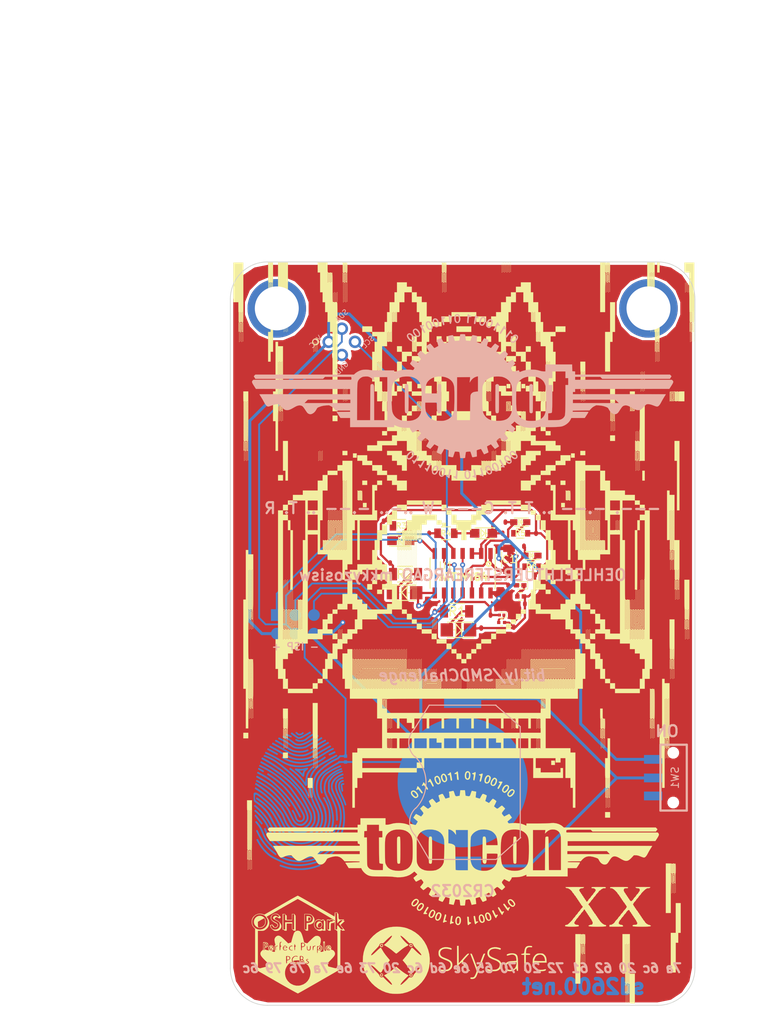
<source format=kicad_pcb>
(kicad_pcb (version 4) (host pcbnew 4.0.7)
  (layers (0 F.Cu signal) (31 B.Cu signal) (34 B.Paste user) (35 F.Paste user) (36 B.SilkS user) (37 F.SilkS user) (38 B.Mask user) (39 F.Mask user) (44 Edge.Cuts user))
  (net 0 "")
  (net 1 GND)
  (net 2 +BATT)
  (net 3 "Net-(D1-Pad1)")
  (net 4 "Net-(D2-Pad1)")
  (net 5 "Net-(D3-Pad1)")
  (net 6 "Net-(D4-Pad2)")
  (net 7 "Net-(BT1-Pad1)")
  (net 8 /MISO)
  (net 9 /SCK)
  (net 10 /MOSI)
  (net 11 /RESET)
  (net 12 "Net-(D5-Pad1)")
  (net 13 "Net-(D6-Pad1)")
  (net 14 "Net-(D7-Pad1)")
  (net 15 "Net-(D8-Pad1)")
  (net 16 "Net-(D8-Pad2)")
  (net 17 "Net-(P1-Pad1)")
  (net 18 "Net-(D5-Pad2)")
  (net 19 "Net-(D6-Pad2)")
  (net 20 "Net-(SW1-Pad2)")
  (net 21 "Net-(SW2-Pad1)")
  (net 22 "Net-(D7-Pad2)")
  (net 23 "Net-(D1-Pad2)")
  (net 24 "Net-(P5-Pad1)")
  (net 25 "Net-(P0-Pad1)")
  (module footprints:toor_logo (layer B.Cu) (at 123.19 90.805 180)
    (fp_text reference G*** hide)
    (fp_text value LOGO hide)
  )
  (module footprints:LED_0402 (layer F.Cu) (at 131.064 116.586 180)
    (fp_text reference D7 hide)
    (fp_text value LED)
    (pad 1 smd rect (at -0.5 0 180) (size 0.7 0.6) (layers F.Cu F.Paste F.Mask) (net 14 "Net-(D7-Pad1)"))
    (pad 2 smd rect (at 0.5 0 180) (size 0.7 0.6) (layers F.Cu F.Paste F.Mask) (net 22 "Net-(D7-Pad2)"))
  )
  (module footprints:LED_0201 (layer F.Cu) (at 128.524 120.65 180)
    (fp_text reference D8 hide)
    (fp_text value LED)
    (pad 1 smd rect (at -0.3 0 180) (size 0.4 0.4) (layers F.Cu F.Paste F.Mask) (net 15 "Net-(D8-Pad1)"))
    (pad 2 smd rect (at 0.3 0 180) (size 0.4 0.4) (layers F.Cu F.Paste F.Mask) (net 16 "Net-(D8-Pad2)"))
  )
  (module footprints:Badgelife-Shitty-2x2 (layer F.Cu) (at 106.68 83.312 45)
    (fp_text reference X1)
    (fp_text value Badgelife_shitty_connector)
    (fp_text user SDA (at 2.54 -2.54 45) (layer B.SilkS) (effects (font (size 0.7 0.7) (thickness 0.1)) (justify mirror)))
    (fp_text user SCL (at 2.54 2.54 45) (layer B.SilkS) (effects (font (size 0.7 0.7) (thickness 0.1)) (justify mirror)))
    (fp_text user GND (at -2.54 2.54 45) (layer B.SilkS) (effects (font (size 0.7 0.7) (thickness 0.1)) (justify mirror)))
    (fp_text user VCC (at -2.54 -2.54 45) (layer B.SilkS) (effects (font (size 0.7 0.7) (thickness 0.1)) (justify mirror)))
    (pad 4 thru_hole circle (at 1.27 -1.27 45) (size 1.7 1.7) (drill 1) (layers *.Cu *.Mask) (net 10 /MOSI))
    (pad 3 thru_hole oval (at 1.27 1.27 45) (size 1.7 1.7) (drill 1) (layers *.Cu *.Mask) (net 9 /SCK))
    (pad 1 thru_hole oval (at -1.27 -1.27 45) (size 1.7 1.7) (drill 1) (layers *.Cu *.Mask) (net 2 +BATT))
    (pad 2 thru_hole oval (at -1.27 1.27 45) (size 1.7 1.7) (drill 1) (layers *.Cu *.Mask) (net 1 GND))
  )
  (module footprints:R_0201 (layer B.Cu) (at 107.188 140.335 270)
    (fp_text reference SW2 hide)
    (fp_text value Fingerprint)
    (pad 1 smd rect (at -0.4 0 270) (size 0.45 0.43) (layers B.Cu) (net 21 "Net-(SW2-Pad1)"))
    (pad 2 smd rect (at 0.4 0 270) (size 0.45 0.43) (layers B.Cu) (net 1 GND))
  )
  (module footprints:SPST_SMD (layer B.Cu) (at 149.225 142.875 270)
    (fp_text reference SW1 (at 0 -3 270) (layer B.SilkS) (effects (justify mirror)))
    (fp_text value SW_SPDT)
    (pad "" np_thru_hole circle (at 3.4 -2.75 270) (size 0.9 0.9) (drill 0.9) (layers *.Cu *.Mask))
    (pad 3 smd rect (at -2.5 0 270) (size 1.2 2.5) (layers B.Cu B.Paste B.Mask) (net 2 +BATT))
    (pad 1 smd rect (at 0.04 0 270) (size 1.2 2.5) (layers B.Cu B.Paste B.Mask) (net 7 "Net-(BT1-Pad1)"))
    (pad 2 smd rect (at 2.5 0 270) (size 1.2 2.5) (layers B.Cu B.Paste B.Mask) (net 20 "Net-(SW1-Pad2)"))
    (pad "" np_thru_hole circle (at -3.4 -2.75 270) (size 0.9 0.9) (drill 0.9) (layers *.Cu *.Mask))
  )
  (module footprints:Pin_Header_Straight_1x01 (layer F.Cu) (at 148.59 78.74)
    (fp_text reference P1 hide)
    (fp_text value CONN_01X01)
    (pad 1 thru_hole circle (at 0 0) (size 8 8) (drill 6) (layers *.Cu *.Mask) (net 17 "Net-(P1-Pad1)"))
  )
  (module footprints:BATT_CR2032_SMD (layer B.Cu) (at 123.19 143.51 90)
    (fp_text reference BT1 hide)
    (fp_text value Battery hide)
    (pad 2 smd circle (at 0 0 90) (size 17.78 17.78) (layers B.Cu B.Paste B.Mask) (net 1 GND))
    (pad 1 smd rect (at -11.43 0 90) (size 2.54 5.08) (layers B.Cu B.Paste B.Mask) (net 7 "Net-(BT1-Pad1)"))
    (pad 1 smd rect (at 11.43 0 90) (size 2.54 5.08) (layers B.Cu B.Paste B.Mask) (net 7 "Net-(BT1-Pad1)"))
  )
  (module footprints:AVR-ISP-6 (layer B.Cu) (at 97.79 120.65 270)
    (fp_text reference CON1 hide)
    (fp_text value AVR-ISP-6 hide)
    (pad 1 smd rect (at 0 0 270) (size 1.6 1.6) (layers B.Cu B.Paste B.Mask) (net 8 /MISO))
    (pad 2 smd circle (at 2.54 0 270) (size 1.6 1.6) (layers B.Cu B.Paste B.Mask) (net 2 +BATT))
    (pad 3 smd oval (at 0 -2.54 270) (size 1.6 1.6) (layers B.Cu B.Paste B.Mask) (net 9 /SCK))
    (pad 4 smd oval (at 2.54 -2.54 270) (size 1.6 1.6) (layers B.Cu B.Paste B.Mask) (net 10 /MOSI))
    (pad 5 smd oval (at 0 -5.08 270) (size 1.6 1.6) (layers B.Cu B.Paste B.Mask) (net 11 /RESET))
    (pad 6 smd oval (at 2.54 -5.08 270) (size 1.6 1.6) (layers B.Cu B.Paste B.Mask) (net 1 GND))
  )
  (module footprints:LED-0805 (layer F.Cu) (at 114.808 110.49)
    (fp_text reference D3 hide)
    (fp_text value LED)
    (pad 2 smd rect (at 1.143 0 180) (size 1.3 1.19888) (layers F.Cu F.Paste F.Mask) (net 10 /MOSI))
    (pad 1 smd rect (at -1.27 0 180) (size 1.3 1.19888) (layers F.Cu F.Paste F.Mask) (net 5 "Net-(D3-Pad1)"))
  )
  (module footprints:LED-0805 (layer F.Cu) (at 125.984 109.474 180)
    (fp_text reference D4 hide)
    (fp_text value LED)
    (pad 2 smd rect (at 1.143 0) (size 1.3 1.19888) (layers F.Cu F.Paste F.Mask) (net 6 "Net-(D4-Pad2)"))
    (pad 1 smd rect (at -1.27 0) (size 1.3 1.19888) (layers F.Cu F.Paste F.Mask) (net 3 "Net-(D1-Pad1)"))
  )
  (module footprints:LED-0603 (layer F.Cu) (at 131.064 107.95 180)
    (fp_text reference D5 hide)
    (fp_text value LED)
    (pad 2 smd rect (at 0.889 0) (size 1 0.79756) (layers F.Cu F.Paste F.Mask) (net 18 "Net-(D5-Pad2)"))
    (pad 1 smd rect (at -0.889 0) (size 1 0.79756) (layers F.Cu F.Paste F.Mask) (net 12 "Net-(D5-Pad1)"))
  )
  (module footprints:Pin_Header_Straight_1x01 (layer F.Cu) (at 97.79 78.74)
    (fp_text reference P0 hide)
    (fp_text value CONN_01X01)
    (pad 1 thru_hole circle (at 0 0) (size 8 8) (drill 6) (layers *.Cu *.Mask) (net 25 "Net-(P0-Pad1)"))
  )
  (module footprints:testPad (layer F.Cu) (at 119.38 120.142)
    (fp_text reference P2 hide)
    (fp_text value CONN_01X01)
    (pad 1 smd oval (at 0 0) (size 0.508 0.762) (layers F.Cu F.Paste F.Mask) (net 9 /SCK))
  )
  (module footprints:testPad (layer F.Cu) (at 117.094 119.38)
    (fp_text reference P3 hide)
    (fp_text value CONN_01X01)
    (pad 1 smd oval (at 0 0) (size 0.508 0.762) (layers F.Cu F.Paste F.Mask) (net 8 /MISO))
  )
  (module footprints:testPad (layer F.Cu) (at 117.348 110.49)
    (fp_text reference P4 hide)
    (fp_text value CONN_01X01)
    (pad 1 smd oval (at 0 0) (size 0.508 0.762) (layers F.Cu F.Paste F.Mask) (net 10 /MOSI))
  )
  (module footprints:testPad (layer F.Cu) (at 118.618 109.474)
    (fp_text reference P5 hide)
    (fp_text value CONN_01X01)
    (pad 1 smd oval (at 0 0) (size 0.508 0.762) (layers F.Cu F.Paste F.Mask) (net 24 "Net-(P5-Pad1)"))
  )
  (module footprints:testPad (layer F.Cu) (at 129.032 107.95)
    (fp_text reference P6 hide)
    (fp_text value CONN_01X01)
    (pad 1 smd oval (at 0 0) (size 0.508 0.762) (layers F.Cu F.Paste F.Mask) (net 18 "Net-(D5-Pad2)"))
  )
  (module footprints:testPad (layer F.Cu) (at 131.572 111.252)
    (fp_text reference P7 hide)
    (fp_text value CONN_01X01)
    (pad 1 smd oval (at 0 0) (size 0.508 0.762) (layers F.Cu F.Paste F.Mask) (net 19 "Net-(D6-Pad2)"))
  )
  (module footprints:testPad (layer F.Cu) (at 129.413 116.586)
    (fp_text reference P8 hide)
    (fp_text value CONN_01X01)
    (pad 1 smd oval (at 0 0) (size 0.508 0.762) (layers F.Cu F.Paste F.Mask) (net 22 "Net-(D7-Pad2)"))
  )
  (module footprints:testPad (layer F.Cu) (at 127 120.65)
    (fp_text reference P9 hide)
    (fp_text value CONN_01X01)
    (pad 1 smd oval (at 0 0) (size 0.508 0.762) (layers F.Cu F.Paste F.Mask) (net 16 "Net-(D8-Pad2)"))
  )
  (module footprints:testPad (layer F.Cu) (at 113.284 113.538)
    (fp_text reference PG1 hide)
    (fp_text value CONN_01X01)
    (pad 1 smd oval (at 0 0) (size 0.508 0.762) (layers F.Cu F.Paste F.Mask) (net 3 "Net-(D1-Pad1)"))
  )
  (module footprints:testPad (layer F.Cu) (at 112.395 107.823)
    (fp_text reference PG2 hide)
    (fp_text value CONN_01X01)
    (pad 1 smd oval (at 0 0) (size 0.508 0.762) (layers F.Cu F.Paste F.Mask) (net 3 "Net-(D1-Pad1)"))
  )
  (module footprints:testPad (layer F.Cu) (at 128.651 109.474)
    (fp_text reference PG3 hide)
    (fp_text value CONN_01X01)
    (pad 1 smd oval (at 0 0) (size 0.508 0.762) (layers F.Cu F.Paste F.Mask) (net 3 "Net-(D1-Pad1)"))
  )
  (module footprints:testPad (layer F.Cu) (at 125.73 122.428)
    (fp_text reference PG4 hide)
    (fp_text value CONN_01X01)
    (pad 1 smd oval (at 0 0) (size 0.508 0.762) (layers F.Cu F.Paste F.Mask) (net 3 "Net-(D1-Pad1)"))
  )
  (module footprints:testPad (layer F.Cu) (at 133.223 109.474)
    (fp_text reference PG5 hide)
    (fp_text value CONN_01X01)
    (pad 1 smd oval (at 0 0) (size 0.508 0.762) (layers F.Cu F.Paste F.Mask) (net 3 "Net-(D1-Pad1)"))
  )
  (module footprints:testPad (layer F.Cu) (at 133.096 115.189)
    (fp_text reference PG6 hide)
    (fp_text value CONN_01X01)
    (pad 1 smd oval (at 0 0) (size 0.508 0.762) (layers F.Cu F.Paste F.Mask) (net 3 "Net-(D1-Pad1)"))
  )
  (module footprints:testPad (layer F.Cu) (at 131.699 119.126)
    (fp_text reference PG7 hide)
    (fp_text value CONN_01X01)
    (pad 1 smd oval (at 0 0) (size 0.508 0.762) (layers F.Cu F.Paste F.Mask) (net 3 "Net-(D1-Pad1)"))
  )
  (module footprints:testPad (layer F.Cu) (at 130.175 122.301)
    (fp_text reference PG8 hide)
    (fp_text value CONN_01X01)
    (pad 1 smd oval (at 0 0) (size 0.508 0.762) (layers F.Cu F.Paste F.Mask) (net 3 "Net-(D1-Pad1)"))
  )
  (module footprints:R_0805 (layer F.Cu) (at 114.808 108.458 180)
    (fp_text reference R3 (at 0 0 180) (layer F.SilkS) (effects (font (size 0.762 0.762))))
    (fp_text value 100)
    (pad 1 smd rect (at -1.143 0 180) (size 0.9 1.3) (layers F.Cu F.Paste F.Mask) (net 5 "Net-(D3-Pad1)"))
    (pad 2 smd rect (at 1.143 0 180) (size 0.9 1.3) (layers F.Cu F.Paste F.Mask) (net 3 "Net-(D1-Pad1)"))
  )
  (module footprints:R_0805 (layer F.Cu) (at 120.904 109.474)
    (fp_text reference R4 (at 0 0) (layer F.SilkS) (effects (font (size 0.762 0.762))))
    (fp_text value 100)
    (pad 1 smd rect (at -1.143 0) (size 0.9 1.3) (layers F.Cu F.Paste F.Mask) (net 24 "Net-(P5-Pad1)"))
    (pad 2 smd rect (at 1.143 0) (size 0.9 1.3) (layers F.Cu F.Paste F.Mask) (net 6 "Net-(D4-Pad2)"))
  )
  (module footprints:R_0603 (layer F.Cu) (at 131.064 109.474)
    (fp_text reference R5 (at 0 0) (layer F.SilkS) (effects (font (size 0.762 0.762))))
    (fp_text value 100)
    (pad 1 smd rect (at -0.889 0) (size 0.7 0.9) (layers F.Cu F.Paste F.Mask) (net 12 "Net-(D5-Pad1)"))
    (pad 2 smd rect (at 1.016 0) (size 0.7 0.9) (layers F.Cu F.Paste F.Mask) (net 3 "Net-(D1-Pad1)"))
  )
  (module footprints:R_0201 (layer F.Cu) (at 128.524 121.666)
    (fp_text reference R8 hide)
    (fp_text value 100)
    (pad 1 smd rect (at -0.4 0) (size 0.45 0.43) (layers F.Cu F.Paste F.Mask) (net 15 "Net-(D8-Pad1)"))
    (pad 2 smd rect (at 0.4 0) (size 0.45 0.43) (layers F.Cu F.Paste F.Mask) (net 3 "Net-(D1-Pad1)"))
  )
  (module footprints:LED-0603 (layer F.Cu) (at 132.588 112.522 180)
    (fp_text reference D6 hide)
    (fp_text value LED)
    (pad 2 smd rect (at 0.889 0) (size 1 0.79756) (layers F.Cu F.Paste F.Mask) (net 19 "Net-(D6-Pad2)"))
    (pad 1 smd rect (at -0.889 0) (size 1 0.79756) (layers F.Cu F.Paste F.Mask) (net 13 "Net-(D6-Pad1)"))
  )
  (module footprints:R_0603 (layer F.Cu) (at 132.588 114.046)
    (fp_text reference R6 (at 0 0) (layer F.SilkS) (effects (font (size 0.762 0.762))))
    (fp_text value 100)
    (pad 1 smd rect (at -0.889 0) (size 0.7 0.9) (layers F.Cu F.Paste F.Mask) (net 13 "Net-(D6-Pad1)"))
    (pad 2 smd rect (at 1.016 0) (size 0.7 0.9) (layers F.Cu F.Paste F.Mask) (net 3 "Net-(D1-Pad1)"))
  )
  (module footprints:R_0402 (layer F.Cu) (at 131.064 118.11)
    (fp_text reference R7 hide)
    (fp_text value 100)
    (pad 1 smd rect (at -0.4 0) (size 0.6 0.6) (layers F.Cu F.Paste F.Mask) (net 14 "Net-(D7-Pad1)"))
    (pad 2 smd rect (at 0.5 0) (size 0.6 0.6) (layers F.Cu F.Paste F.Mask) (net 3 "Net-(D1-Pad1)"))
  )
  (module footprints:LED-1206 (layer F.Cu) (at 122.555 122.682 180)
    (fp_text reference D1 hide)
    (fp_text value LED)
    (pad 2 smd rect (at 1.524 0) (size 1.7 1.80086) (layers F.Cu F.Paste F.Mask) (net 23 "Net-(D1-Pad2)"))
    (pad 1 smd rect (at -1.651 0) (size 1.7 1.80086) (layers F.Cu F.Paste F.Mask) (net 3 "Net-(D1-Pad1)"))
  )
  (module footprints:R_1206 (layer F.Cu) (at 122.428 120.142)
    (fp_text reference R1 (at 0 0) (layer F.SilkS) (effects (font (size 1.25 1.25) (thickness 0.2))))
    (fp_text value 100)
    (pad 1 smd rect (at -1.778 0) (size 1.1 1.7) (layers F.Cu F.Paste F.Mask) (net 9 /SCK))
    (pad 2 smd rect (at 1.651 0) (size 1.1 1.7) (layers F.Cu F.Paste F.Mask) (net 23 "Net-(D1-Pad2)"))
  )
  (module footprints:LED-1206 (layer F.Cu) (at 115.316 117.602)
    (fp_text reference D2 hide)
    (fp_text value LED)
    (pad 2 smd rect (at 1.524 0 180) (size 1.7 1.80086) (layers F.Cu F.Paste F.Mask) (net 8 /MISO))
    (pad 1 smd rect (at -1.651 0 180) (size 1.7 1.80086) (layers F.Cu F.Paste F.Mask) (net 4 "Net-(D2-Pad1)"))
  )
  (module footprints:R_1206 (layer F.Cu) (at 115.316 115.062 180)
    (fp_text reference R2 (at 0 0 180) (layer F.SilkS) (effects (font (size 1.25 1.25) (thickness 0.2))))
    (fp_text value 100)
    (pad 1 smd rect (at -1.778 0 180) (size 1.1 1.7) (layers F.Cu F.Paste F.Mask) (net 4 "Net-(D2-Pad1)"))
    (pad 2 smd rect (at 1.651 0 180) (size 1.1 1.7) (layers F.Cu F.Paste F.Mask) (net 3 "Net-(D1-Pad1)"))
  )
  (module footprints:fingerprint (layer B.Cu) (at 100.965 146.05)
    (fp_text reference G*** hide)
    (fp_text value LOGO hide)
    (fp_poly (pts (xy 0.005834 -8.498761) (xy 0.181657 -8.558317) (xy 0.254441 -8.593971) (xy 0.370687 -8.654938) (xy 0.518856 -8.734803) (xy 0.687406 -8.827149) (xy 0.864795 -8.92556) (xy 1.039482 -9.02362) (xy 1.199927 -9.114912) (xy 1.334588 -9.193022) (xy 1.431924 -9.251531) (xy 1.455556 -9.266529) (xy 1.479618 -9.295838) (xy 1.470145 -9.34472) (xy 1.446803 -9.393786) (xy 1.411064 -9.458912) (xy 1.389656 -9.490501) (xy 1.388247 -9.491103) (xy 1.359934 -9.475139) (xy 1.286013 -9.432282) (xy 1.1756 -9.367847) (xy 1.03781 -9.287153) (xy 0.92075 -9.218434) (xy 0.616738 -9.043274) (xy 0.363059 -8.90473) (xy 0.158568 -8.802244) (xy 0.002116 -8.735254) (xy -0.107441 -8.703201) (xy -0.141196 -8.700022) (xy -0.193307 -8.710683) (xy -0.266472 -8.745029) (xy -0.367595 -8.807314) (xy -0.50358 -8.901794) (xy -0.681332 -9.032723) (xy -0.682625 -9.033692) (xy -1.127125 -9.366839) (xy -1.200681 -9.282937) (xy -1.242765 -9.221303) (xy -1.251092 -9.178283) (xy -1.248306 -9.174267) (xy -1.2154 -9.148163) (xy -1.140078 -9.091) (xy -1.031084 -9.009333) (xy -0.89716 -8.909717) (xy -0.766932 -8.813374) (xy -0.602421 -8.692632) (xy -0.479148 -8.604848) (xy -0.387616 -8.544793) (xy -0.318331 -8.507237) (xy -0.261798 -8.48695) (xy -0.208519 -8.478702) (xy -0.15665 -8.47725) (xy 0.005834 -8.498761)) (layer B.Cu) (width 0.01))
    (fp_poly (pts (xy 0.074303 -8.962869) (xy 0.251779 -9.022874) (xy 0.293151 -9.046619) (xy 0.404926 -9.1304) (xy 0.48017 -9.213387) (xy 0.507997 -9.283552) (xy 0.508 -9.284055) (xy 0.484373 -9.311668) (xy 0.427506 -9.354027) (xy 0.426986 -9.354368) (xy 0.367703 -9.388025) (xy 0.332167 -9.381373) (xy 0.298059 -9.339043) (xy 0.197174 -9.246663) (xy 0.057221 -9.189964) (xy -0.065659 -9.17575) (xy -0.152842 -9.183327) (xy -0.223421 -9.214124) (xy -0.302094 -9.280237) (xy -0.324971 -9.30275) (xy -0.394422 -9.371124) (xy -0.442284 -9.416204) (xy -0.456173 -9.427243) (xy -0.485381 -9.415883) (xy -0.547688 -9.392847) (xy -0.610064 -9.363002) (xy -0.635 -9.337569) (xy -0.612423 -9.289546) (xy -0.554663 -9.217616) (xy -0.476678 -9.136835) (xy -0.393427 -9.062258) (xy -0.319868 -9.008942) (xy -0.296635 -8.996993) (xy -0.115993 -8.953612) (xy 0.074303 -8.962869)) (layer B.Cu) (width 0.01))
    (fp_poly (pts (xy -1.182617 -8.694684) (xy -1.161748 -8.746982) (xy -1.144055 -8.813421) (xy -1.134494 -8.844025) (xy -1.158642 -8.862328) (xy -1.227953 -8.899312) (xy -1.329115 -8.948892) (xy -1.44882 -9.004984) (xy -1.573757 -9.061502) (xy -1.690617 -9.112363) (xy -1.78609 -9.151482) (xy -1.846865 -9.172774) (xy -1.858352 -9.174934) (xy -1.890793 -9.148937) (xy -1.9254 -9.084648) (xy -1.927782 -9.078511) (xy -1.946726 -9.019236) (xy -1.938514 -8.982458) (xy -1.891828 -8.951269) (xy -1.821691 -8.920063) (xy -1.717453 -8.875064) (xy -1.58491 -8.817418) (xy -1.461189 -8.763302) (xy -1.351901 -8.717043) (xy -1.264311 -8.683107) (xy -1.215328 -8.667994) (xy -1.212558 -8.66775) (xy -1.182617 -8.694684)) (layer B.Cu) (width 0.01))
    (fp_poly (pts (xy 0.340527 -8.09867) (xy 0.559454 -8.147824) (xy 0.750867 -8.23423) (xy 0.897963 -8.336366) (xy 1.090997 -8.49022) (xy 1.245623 -8.609443) (xy 1.37155 -8.700842) (xy 1.478487 -8.771222) (xy 1.576145 -8.827389) (xy 1.655361 -8.867257) (xy 1.758642 -8.91906) (xy 1.835168 -8.962372) (xy 1.870573 -8.988957) (xy 1.871463 -8.99112) (xy 1.860077 -9.052224) (xy 1.82768 -9.119903) (xy 1.788963 -9.167307) (xy 1.770848 -9.175028) (xy 1.723864 -9.160347) (xy 1.639996 -9.122601) (xy 1.539875 -9.071268) (xy 1.279118 -8.916193) (xy 1.034406 -8.738622) (xy 0.889 -8.617945) (xy 0.703216 -8.47394) (xy 0.528626 -8.378446) (xy 0.346281 -8.324084) (xy 0.13723 -8.303477) (xy 0.079375 -8.302734) (xy -0.070143 -8.305526) (xy -0.178683 -8.316562) (xy -0.268641 -8.340032) (xy -0.362409 -8.380129) (xy -0.379969 -8.388718) (xy -0.477825 -8.434958) (xy -0.53748 -8.453889) (xy -0.576708 -8.448187) (xy -0.610156 -8.423375) (xy -0.655643 -8.367844) (xy -0.655402 -8.317559) (xy -0.604871 -8.265535) (xy -0.499491 -8.20479) (xy -0.452438 -8.181894) (xy -0.347181 -8.1345) (xy -0.260371 -8.104796) (xy -0.170937 -8.088833) (xy -0.05781 -8.082661) (xy 0.079375 -8.082199) (xy 0.340527 -8.09867)) (layer B.Cu) (width 0.01))
    (fp_poly (pts (xy 0.0589 -7.56969) (xy 0.326003 -7.614465) (xy 0.602397 -7.700424) (xy 0.895544 -7.830274) (xy 1.212905 -8.006722) (xy 1.47446 -8.17337) (xy 1.649664 -8.287142) (xy 1.848974 -8.411756) (xy 2.0448 -8.530175) (xy 2.174875 -8.605862) (xy 2.3079 -8.681633) (xy 2.419596 -8.74571) (xy 2.499068 -8.791808) (xy 2.535415 -8.813644) (xy 2.536336 -8.814313) (xy 2.534691 -8.8476) (xy 2.513023 -8.909524) (xy 2.482798 -8.973583) (xy 2.455488 -9.013276) (xy 2.448835 -9.01651) (xy 2.415694 -9.001182) (xy 2.338095 -8.95937) (xy 2.226314 -8.896779) (xy 2.09063 -8.819113) (xy 2.032 -8.785124) (xy 1.855381 -8.680223) (xy 1.66636 -8.564405) (xy 1.487371 -8.451609) (xy 1.340848 -8.355777) (xy 1.33853 -8.354215) (xy 0.989172 -8.137693) (xy 0.657702 -7.970684) (xy 0.347889 -7.854681) (xy 0.063499 -7.79118) (xy -0.112033 -7.77875) (xy -0.312335 -7.79219) (xy -0.487389 -7.837366) (xy -0.655893 -7.921557) (xy -0.836545 -8.052047) (xy -0.85725 -8.068954) (xy -1.324367 -8.412974) (xy -1.827038 -8.705231) (xy -1.957202 -8.769584) (xy -2.101493 -8.83776) (xy -2.199603 -8.880883) (xy -2.262352 -8.901882) (xy -2.300562 -8.903687) (xy -2.325052 -8.88923) (xy -2.338497 -8.872832) (xy -2.372385 -8.81427) (xy -2.374006 -8.764638) (xy -2.336945 -8.716558) (xy -2.254788 -8.662653) (xy -2.12112 -8.595545) (xy -2.081191 -8.5769) (xy -1.618819 -8.334366) (xy -1.20315 -8.055625) (xy -1.031875 -7.919334) (xy -0.862195 -7.783855) (xy -0.718801 -7.688088) (xy -0.585122 -7.624887) (xy -0.444586 -7.587107) (xy -0.280624 -7.567602) (xy -0.206375 -7.563389) (xy 0.0589 -7.56969)) (layer B.Cu) (width 0.01))
    (fp_poly (pts (xy 0.11319 -7.119008) (xy 0.360428 -7.143302) (xy 0.533016 -7.175529) (xy 0.671683 -7.210641) (xy 0.782783 -7.245392) (xy 0.883481 -7.28766) (xy 0.99094 -7.345326) (xy 1.122322 -7.42627) (xy 1.227672 -7.494439) (xy 1.341895 -7.564553) (xy 1.4965 -7.653214) (xy 1.674783 -7.751156) (xy 1.860042 -7.849111) (xy 1.948699 -7.894504) (xy 2.143728 -7.995581) (xy 2.338484 -8.10092) (xy 2.524872 -8.205688) (xy 2.694792 -8.305053) (xy 2.840148 -8.394182) (xy 2.952842 -8.46824) (xy 3.024777 -8.522396) (xy 3.048 -8.550637) (xy 3.030077 -8.593435) (xy 2.990147 -8.651906) (xy 2.932294 -8.725454) (xy 2.664709 -8.550998) (xy 2.54467 -8.477161) (xy 2.383699 -8.384451) (xy 2.197933 -8.281835) (xy 2.003514 -8.178281) (xy 1.87325 -8.111221) (xy 1.679415 -8.010701) (xy 1.48048 -7.903451) (xy 1.293448 -7.798914) (xy 1.135327 -7.706535) (xy 1.055384 -7.657018) (xy 0.866748 -7.543387) (xy 0.696316 -7.460771) (xy 0.527411 -7.404744) (xy 0.343357 -7.37088) (xy 0.127475 -7.354755) (xy -0.09525 -7.351696) (xy -0.325941 -7.357199) (xy -0.511148 -7.37543) (xy -0.668469 -7.41183) (xy -0.815502 -7.471837) (xy -0.969842 -7.56089) (xy -1.132037 -7.672158) (xy -1.343596 -7.822502) (xy -1.518377 -7.942977) (xy -1.669939 -8.042421) (xy -1.811845 -8.12967) (xy -1.957656 -8.213562) (xy -1.993134 -8.233291) (xy -2.096747 -8.288529) (xy -2.226878 -8.35487) (xy -2.37166 -8.426632) (xy -2.519225 -8.498127) (xy -2.657706 -8.563671) (xy -2.775235 -8.61758) (xy -2.859945 -8.654168) (xy -2.899967 -8.667749) (xy -2.900054 -8.66775) (xy -2.924174 -8.642007) (xy -2.949861 -8.582207) (xy -2.968883 -8.514489) (xy -2.973011 -8.464993) (xy -2.966962 -8.455263) (xy -2.927593 -8.438651) (xy -2.843192 -8.401237) (xy -2.726444 -8.348691) (xy -2.599624 -8.291059) (xy -2.301826 -8.14657) (xy -2.019374 -7.990161) (xy -1.7326 -7.810223) (xy -1.42875 -7.600114) (xy -1.226752 -7.458884) (xy -1.06068 -7.352264) (xy -0.918115 -7.273689) (xy -0.786642 -7.216596) (xy -0.653843 -7.17442) (xy -0.595921 -7.159867) (xy -0.388524 -7.126965) (xy -0.144307 -7.113454) (xy 0.11319 -7.119008)) (layer B.Cu) (width 0.01))
    (fp_poly (pts (xy 1.781682 -7.198967) (xy 1.97892 -7.315728) (xy 2.201192 -7.44448) (xy 2.435729 -7.578072) (xy 2.669763 -7.709354) (xy 2.890526 -7.831177) (xy 3.08525 -7.936391) (xy 3.241165 -8.017847) (xy 3.27025 -8.032497) (xy 3.388057 -8.09177) (xy 3.482559 -8.14026) (xy 3.540627 -8.171184) (xy 3.552336 -8.178297) (xy 3.550569 -8.212451) (xy 3.528785 -8.275022) (xy 3.498486 -8.339302) (xy 3.471171 -8.378581) (xy 3.464835 -8.381507) (xy 3.431322 -8.367284) (xy 3.351681 -8.328316) (xy 3.235871 -8.269627) (xy 3.093853 -8.19624) (xy 2.996907 -8.145508) (xy 2.827332 -8.054835) (xy 2.639472 -7.951796) (xy 2.44113 -7.840938) (xy 2.240108 -7.726804) (xy 2.044209 -7.613942) (xy 1.861235 -7.506895) (xy 1.698988 -7.410209) (xy 1.565271 -7.32843) (xy 1.467886 -7.266103) (xy 1.414636 -7.227772) (xy 1.407076 -7.219347) (xy 1.41845 -7.176713) (xy 1.456997 -7.115236) (xy 1.51549 -7.039097) (xy 1.781682 -7.198967)) (layer B.Cu) (width 0.01))
    (fp_poly (pts (xy 0.300124 -6.59568) (xy 0.695137 -6.677432) (xy 0.936324 -6.758354) (xy 1.06775 -6.815205) (xy 1.142637 -6.866396) (xy 1.166674 -6.918897) (xy 1.145554 -6.97968) (xy 1.132602 -6.998753) (xy 1.106469 -7.02924) (xy 1.07569 -7.040256) (xy 1.024411 -7.030506) (xy 0.93678 -6.998692) (xy 0.885622 -6.978558) (xy 0.679495 -6.903727) (xy 0.494176 -6.854042) (xy 0.306214 -6.825333) (xy 0.092157 -6.813427) (xy -0.047625 -6.812543) (xy -0.418463 -6.834836) (xy -0.756974 -6.899557) (xy -1.080982 -7.010182) (xy -1.097941 -7.017329) (xy -1.169712 -7.054071) (xy -1.284231 -7.12019) (xy -1.431565 -7.209609) (xy -1.601784 -7.316246) (xy -1.784955 -7.434025) (xy -1.87325 -7.491867) (xy -2.063188 -7.615385) (xy -2.263403 -7.742624) (xy -2.466164 -7.868964) (xy -2.663738 -7.989782) (xy -2.848395 -8.100456) (xy -3.012402 -8.196364) (xy -3.148027 -8.272884) (xy -3.247539 -8.325394) (xy -3.303205 -8.349272) (xy -3.309123 -8.350229) (xy -3.337801 -8.324984) (xy -3.376949 -8.263417) (xy -3.380941 -8.255839) (xy -3.429763 -8.161429) (xy -3.294444 -8.092816) (xy -3.183702 -8.033024) (xy -3.031116 -7.945518) (xy -2.84805 -7.837238) (xy -2.645871 -7.715124) (xy -2.435944 -7.586116) (xy -2.229635 -7.457153) (xy -2.038309 -7.335176) (xy -1.873332 -7.227125) (xy -1.839252 -7.20426) (xy -1.583515 -7.03729) (xy -1.361503 -6.90644) (xy -1.159474 -6.805649) (xy -0.963685 -6.728855) (xy -0.760397 -6.669998) (xy -0.535866 -6.623016) (xy -0.511779 -6.618749) (xy -0.100322 -6.576298) (xy 0.300124 -6.59568)) (layer B.Cu) (width 0.01))
    (fp_poly (pts (xy 0.22735 -6.085585) (xy 0.422109 -6.097023) (xy 0.598015 -6.122087) (xy 0.768804 -6.164423) (xy 0.948213 -6.227678) (xy 1.149981 -6.315495) (xy 1.387843 -6.431522) (xy 1.474015 -6.4753) (xy 1.672528 -6.579127) (xy 1.906911 -6.705421) (xy 2.158597 -6.843949) (xy 2.409021 -6.98448) (xy 2.639617 -7.116783) (xy 2.667 -7.132745) (xy 2.874354 -7.253591) (xy 3.085306 -7.376035) (xy 3.286411 -7.49231) (xy 3.464221 -7.594647) (xy 3.60529 -7.675275) (xy 3.642603 -7.696424) (xy 3.967331 -7.879895) (xy 3.9196 -7.972197) (xy 3.880399 -8.035464) (xy 3.849717 -8.064324) (xy 3.84816 -8.0645) (xy 3.814737 -8.049287) (xy 3.734965 -8.006796) (xy 3.617343 -7.941741) (xy 3.470371 -7.85884) (xy 3.302548 -7.762809) (xy 3.253663 -7.734605) (xy 3.046316 -7.614544) (xy 2.824535 -7.485745) (xy 2.606351 -7.358705) (xy 2.409799 -7.243924) (xy 2.272972 -7.1637) (xy 2.043925 -7.03265) (xy 1.802058 -6.900676) (xy 1.557128 -6.772571) (xy 1.31889 -6.653122) (xy 1.097101 -6.547121) (xy 0.901516 -6.459357) (xy 0.74189 -6.394621) (xy 0.635 -6.359472) (xy 0.464579 -6.327782) (xy 0.248517 -6.310499) (xy 0.03175 -6.306516) (xy -0.223396 -6.314629) (xy -0.459701 -6.340376) (xy -0.687692 -6.387274) (xy -0.917894 -6.458843) (xy -1.160834 -6.5586) (xy -1.427038 -6.690066) (xy -1.727031 -6.856757) (xy -1.875809 -6.94417) (xy -2.051748 -7.047146) (xy -2.264317 -7.168753) (xy -2.500462 -7.301769) (xy -2.747126 -7.438978) (xy -2.991253 -7.573158) (xy -3.219788 -7.697092) (xy -3.419673 -7.80356) (xy -3.577853 -7.885343) (xy -3.578948 -7.885895) (xy -3.74477 -7.969442) (xy -3.797457 -7.867557) (xy -3.824949 -7.798992) (xy -3.825938 -7.759027) (xy -3.822135 -7.756198) (xy -3.774703 -7.734246) (xy -3.68015 -7.685695) (xy -3.54671 -7.615061) (xy -3.382616 -7.526864) (xy -3.196099 -7.42562) (xy -2.995394 -7.315846) (xy -2.788732 -7.202061) (xy -2.584347 -7.088782) (xy -2.390472 -6.980527) (xy -2.215339 -6.881813) (xy -2.067181 -6.797158) (xy -1.957319 -6.732921) (xy -1.641136 -6.550134) (xy -1.363542 -6.403591) (xy -1.113685 -6.289692) (xy -0.880707 -6.204841) (xy -0.653754 -6.14544) (xy -0.421971 -6.107889) (xy -0.174503 -6.08859) (xy 0 -6.084129) (xy 0.22735 -6.085585)) (layer B.Cu) (width 0.01))
    (fp_poly (pts (xy 0.619688 -5.614227) (xy 1.039817 -5.701988) (xy 1.185431 -5.742949) (xy 1.326983 -5.790329) (xy 1.472673 -5.848092) (xy 1.6307 -5.920201) (xy 1.809264 -6.010618) (xy 2.016564 -6.123306) (xy 2.260799 -6.262229) (xy 2.55017 -6.431349) (xy 2.555875 -6.434713) (xy 2.782891 -6.567922) (xy 3.025799 -6.709278) (xy 3.268561 -6.849529) (xy 3.495139 -6.979421) (xy 3.689495 -7.089704) (xy 3.753491 -7.125621) (xy 4.252607 -7.404563) (xy 4.205113 -7.496406) (xy 4.1662 -7.559344) (xy 4.13606 -7.58773) (xy 4.134622 -7.587866) (xy 4.101881 -7.572694) (xy 4.021578 -7.530167) (xy 3.901274 -7.46445) (xy 3.748533 -7.379706) (xy 3.570918 -7.280101) (xy 3.39725 -7.181873) (xy 3.16681 -7.050581) (xy 2.920813 -6.909641) (xy 2.675278 -6.768286) (xy 2.446224 -6.635747) (xy 2.249672 -6.521256) (xy 2.180075 -6.480426) (xy 1.887856 -6.31201) (xy 1.635948 -6.176052) (xy 1.412834 -6.068324) (xy 1.206993 -5.984599) (xy 1.006908 -5.920647) (xy 0.801059 -5.872242) (xy 0.577928 -5.835155) (xy 0.346058 -5.807247) (xy -0.038874 -5.788629) (xy -0.421468 -5.815511) (xy -0.807652 -5.889622) (xy -1.203352 -6.012688) (xy -1.614492 -6.186436) (xy -2.046999 -6.412595) (xy -2.3495 -6.592942) (xy -2.521915 -6.698216) (xy -2.715401 -6.812816) (xy -2.922118 -6.932445) (xy -3.134225 -7.052803) (xy -3.343881 -7.169592) (xy -3.543245 -7.278515) (xy -3.724478 -7.375272) (xy -3.879737 -7.455565) (xy -4.001182 -7.515095) (xy -4.080973 -7.549565) (xy -4.107139 -7.5565) (xy -4.127288 -7.530793) (xy -4.154774 -7.471606) (xy -4.178935 -7.405834) (xy -4.189108 -7.360376) (xy -4.187337 -7.354197) (xy -4.156554 -7.337271) (xy -4.078323 -7.296097) (xy -3.961703 -7.23539) (xy -3.815754 -7.159866) (xy -3.65125 -7.075125) (xy -3.448643 -6.967725) (xy -3.213239 -6.837712) (xy -2.965669 -6.696796) (xy -2.726559 -6.556691) (xy -2.551269 -6.450621) (xy -2.36226 -6.335973) (xy -2.174417 -6.225413) (xy -2.000452 -6.126176) (xy -1.85308 -6.045499) (xy -1.745015 -5.990619) (xy -1.734634 -5.98581) (xy -1.249755 -5.791647) (xy -0.777187 -5.65795) (xy -0.311626 -5.584176) (xy 0.152232 -5.569782) (xy 0.619688 -5.614227)) (layer B.Cu) (width 0.01))
    (fp_poly (pts (xy 0.39469 -5.106133) (xy 0.687192 -5.130956) (xy 0.965853 -5.176027) (xy 1.239648 -5.244373) (xy 1.517549 -5.339019) (xy 1.80853 -5.462993) (xy 2.121564 -5.61932) (xy 2.465626 -5.811027) (xy 2.819773 -6.022775) (xy 3.0133 -6.141346) (xy 3.220725 -6.268367) (xy 3.42294 -6.392141) (xy 3.600841 -6.500973) (xy 3.682805 -6.551083) (xy 3.852655 -6.651525) (xy 4.036968 -6.755039) (xy 4.212244 -6.848706) (xy 4.341618 -6.913326) (xy 4.463847 -6.972353) (xy 4.561209 -7.021516) (xy 4.621636 -7.054589) (xy 4.6355 -7.0649) (xy 4.61998 -7.117517) (xy 4.584511 -7.180358) (xy 4.545729 -7.22708) (xy 4.527216 -7.23639) (xy 4.483808 -7.222447) (xy 4.399356 -7.187754) (xy 4.290051 -7.139054) (xy 4.259098 -7.124715) (xy 4.155534 -7.075112) (xy 4.050723 -7.021916) (xy 3.937489 -6.960963) (xy 3.808656 -6.888089) (xy 3.657045 -6.799132) (xy 3.47548 -6.689928) (xy 3.256784 -6.556313) (xy 2.993781 -6.394124) (xy 2.905125 -6.339247) (xy 2.527859 -6.110482) (xy 2.19199 -5.918285) (xy 1.889495 -5.759351) (xy 1.612351 -5.630373) (xy 1.352536 -5.528044) (xy 1.102028 -5.449059) (xy 0.852803 -5.39011) (xy 0.59684 -5.347891) (xy 0.460375 -5.331657) (xy 0.036938 -5.313635) (xy -0.407979 -5.343946) (xy -0.857193 -5.42055) (xy -1.287122 -5.539261) (xy -1.435877 -5.59377) (xy -1.609523 -5.665026) (xy -1.792788 -5.745952) (xy -1.970396 -5.829473) (xy -2.127073 -5.908514) (xy -2.247545 -5.975999) (xy -2.290922 -6.004254) (xy -2.389279 -6.07429) (xy -2.448059 -5.997832) (xy -2.490035 -5.937092) (xy -2.507545 -5.899861) (xy -2.48136 -5.870377) (xy -2.409092 -5.819675) (xy -2.301816 -5.754201) (xy -2.170609 -5.680396) (xy -2.026545 -5.604705) (xy -1.880701 -5.533572) (xy -1.867014 -5.52722) (xy -1.415381 -5.342511) (xy -0.972305 -5.212202) (xy -0.520803 -5.132552) (xy -0.043896 -5.099821) (xy 0.079375 -5.098531) (xy 0.39469 -5.106133)) (layer B.Cu) (width 0.01))
    (fp_poly (pts (xy -3.08629 -6.280686) (xy -3.054049 -6.334489) (xy -3.026461 -6.39836) (xy -3.01625 -6.443841) (xy -3.043038 -6.466177) (xy -3.117936 -6.513136) (xy -3.232747 -6.579982) (xy -3.379274 -6.661984) (xy -3.549322 -6.754406) (xy -3.611563 -6.787641) (xy -3.845087 -6.912055) (xy -4.028526 -7.009797) (xy -4.168222 -7.083321) (xy -4.270518 -7.135079) (xy -4.341755 -7.167526) (xy -4.388275 -7.183115) (xy -4.41642 -7.184298) (xy -4.432532 -7.173531) (xy -4.442953 -7.153265) (xy -4.454025 -7.125955) (xy -4.459063 -7.115504) (xy -4.487776 -7.044342) (xy -4.478812 -7.00345) (xy -4.467977 -6.993342) (xy -4.433472 -6.973068) (xy -4.352554 -6.92811) (xy -4.234848 -6.863655) (xy -4.089977 -6.784887) (xy -3.927565 -6.696992) (xy -3.757237 -6.605155) (xy -3.588618 -6.51456) (xy -3.43133 -6.430395) (xy -3.294998 -6.357842) (xy -3.189246 -6.302089) (xy -3.123699 -6.268319) (xy -3.110307 -6.261865) (xy -3.08629 -6.280686)) (layer B.Cu) (width 0.01))
    (fp_poly (pts (xy 4.038239 -6.209026) (xy 4.085672 -6.228145) (xy 4.174158 -6.267141) (xy 4.290681 -6.319957) (xy 4.422223 -6.380538) (xy 4.55577 -6.442826) (xy 4.678303 -6.500767) (xy 4.776806 -6.548304) (xy 4.838263 -6.579381) (xy 4.851938 -6.587604) (xy 4.8455 -6.61767) (xy 4.820336 -6.677372) (xy 4.788432 -6.741726) (xy 4.761774 -6.785751) (xy 4.753747 -6.792267) (xy 4.724091 -6.778687) (xy 4.647384 -6.742862) (xy 4.533999 -6.689656) (xy 4.394309 -6.623931) (xy 4.333875 -6.595453) (xy 4.186038 -6.525575) (xy 4.059901 -6.465605) (xy 3.966018 -6.420589) (xy 3.914945 -6.395572) (xy 3.908913 -6.392328) (xy 3.911356 -6.360648) (xy 3.933618 -6.294793) (xy 3.936914 -6.286707) (xy 3.975126 -6.219951) (xy 4.019853 -6.204766) (xy 4.038239 -6.209026)) (layer B.Cu) (width 0.01))
    (fp_poly (pts (xy 0.222814 -4.61032) (xy 0.493178 -4.625114) (xy 0.729912 -4.649815) (xy 0.754092 -4.653287) (xy 1.247993 -4.752876) (xy 1.747753 -4.903082) (xy 2.233504 -5.096815) (xy 2.685375 -5.326987) (xy 2.752143 -5.366089) (xy 2.910389 -5.463833) (xy 3.067884 -5.566844) (xy 3.215431 -5.668462) (xy 3.343831 -5.762028) (xy 3.443888 -5.840882) (xy 3.506403 -5.898365) (xy 3.523203 -5.924391) (xy 3.502525 -5.969705) (xy 3.460111 -6.017202) (xy 3.415919 -6.051923) (xy 3.378334 -6.053938) (xy 3.32352 -6.020541) (xy 3.293624 -5.998311) (xy 2.798301 -5.660426) (xy 2.287176 -5.378186) (xy 1.764012 -5.152335) (xy 1.232573 -4.983618) (xy 0.696622 -4.87278) (xy 0.159923 -4.820567) (xy -0.373762 -4.827723) (xy -0.900668 -4.894994) (xy -1.417033 -5.023124) (xy -1.498965 -5.049503) (xy -1.673758 -5.111906) (xy -1.843547 -5.18257) (xy -2.01989 -5.267368) (xy -2.214344 -5.372175) (xy -2.438463 -5.502866) (xy -2.674198 -5.646922) (xy -2.868866 -5.765452) (xy -3.086784 -5.894521) (xy -3.304467 -6.020428) (xy -3.498432 -6.129471) (xy -3.543296 -6.154029) (xy -3.706577 -6.240637) (xy -3.884317 -6.331359) (xy -4.066555 -6.421497) (xy -4.243333 -6.506356) (xy -4.40469 -6.58124) (xy -4.540669 -6.641451) (xy -4.641309 -6.682295) (xy -4.696651 -6.699075) (xy -4.699538 -6.69925) (xy -4.733306 -6.672869) (xy -4.764466 -6.614704) (xy -4.779944 -6.54647) (xy -4.771618 -6.507755) (xy -4.734151 -6.486411) (xy -4.65129 -6.44538) (xy -4.535667 -6.390761) (xy -4.41325 -6.334674) (xy -4.11146 -6.191107) (xy -3.778017 -6.020081) (xy -3.432191 -5.832078) (xy -3.093252 -5.637578) (xy -2.780468 -5.447062) (xy -2.775106 -5.443677) (xy -2.439549 -5.239357) (xy -2.136853 -5.073188) (xy -1.853658 -4.939782) (xy -1.576602 -4.833748) (xy -1.292325 -4.749699) (xy -0.987468 -4.682244) (xy -0.809625 -4.650827) (xy -0.597399 -4.625687) (xy -0.34174 -4.610576) (xy -0.061914 -4.605464) (xy 0.222814 -4.61032)) (layer B.Cu) (width 0.01))
    (fp_poly (pts (xy 0.587375 5.902054) (xy 1.032426 5.816626) (xy 1.459783 5.673531) (xy 1.862998 5.476471) (xy 2.235623 5.229148) (xy 2.571208 4.935265) (xy 2.863305 4.598523) (xy 2.867356 4.593119) (xy 3.114153 4.232857) (xy 3.309895 3.875847) (xy 3.463313 3.50394) (xy 3.580019 3.1115) (xy 3.614432 2.965319) (xy 3.63793 2.837748) (xy 3.652428 2.709899) (xy 3.659837 2.562883) (xy 3.662068 2.377812) (xy 3.661985 2.301875) (xy 3.64194 1.875669) (xy 3.582323 1.472632) (xy 3.479725 1.081963) (xy 3.330738 0.692861) (xy 3.131955 0.294521) (xy 2.912957 -0.072504) (xy 2.717935 -0.428016) (xy 2.565635 -0.810192) (xy 2.458671 -1.207077) (xy 2.399654 -1.606715) (xy 2.391197 -1.997153) (xy 2.424687 -2.307046) (xy 2.478468 -2.565573) (xy 2.547687 -2.800396) (xy 2.636863 -3.016746) (xy 2.750511 -3.219849) (xy 2.893148 -3.414936) (xy 3.069291 -3.607236) (xy 3.283458 -3.801977) (xy 3.540164 -4.004388) (xy 3.843926 -4.219698) (xy 4.199261 -4.453136) (xy 4.373602 -4.563246) (xy 4.55989 -4.67745) (xy 4.759223 -4.79577) (xy 4.952396 -4.90705) (xy 5.120205 -5.000132) (xy 5.183187 -5.033557) (xy 5.314618 -5.103084) (xy 5.422576 -5.162474) (xy 5.496158 -5.205568) (xy 5.524463 -5.226204) (xy 5.5245 -5.22645) (xy 5.511031 -5.265433) (xy 5.479679 -5.328438) (xy 5.444024 -5.390596) (xy 5.417648 -5.42704) (xy 5.413746 -5.42925) (xy 5.374647 -5.4137) (xy 5.28992 -5.370386) (xy 5.168329 -5.304311) (xy 5.018641 -5.220477) (xy 4.849621 -5.123886) (xy 4.670032 -5.019541) (xy 4.488641 -4.912444) (xy 4.314212 -4.807598) (xy 4.177348 -4.7236) (xy 3.845621 -4.513893) (xy 3.565063 -4.328062) (xy 3.329982 -4.161718) (xy 3.134682 -4.010473) (xy 2.973473 -3.869937) (xy 2.840659 -3.735722) (xy 2.739606 -3.615288) (xy 2.518118 -3.291437) (xy 2.352458 -2.962822) (xy 2.239024 -2.618567) (xy 2.174216 -2.247793) (xy 2.154412 -1.847662) (xy 2.18393 -1.396982) (xy 2.271767 -0.955868) (xy 2.419247 -0.520149) (xy 2.627696 -0.085655) (xy 2.811871 0.221969) (xy 3.03639 0.621285) (xy 3.210792 1.043346) (xy 3.334268 1.480494) (xy 3.40601 1.925072) (xy 3.42521 2.369423) (xy 3.391058 2.805888) (xy 3.302748 3.226811) (xy 3.168823 3.60332) (xy 2.958777 4.017952) (xy 2.707218 4.397309) (xy 2.419707 4.734441) (xy 2.101804 5.022399) (xy 1.93675 5.143356) (xy 1.547127 5.37038) (xy 1.13462 5.539602) (xy 0.704285 5.650243) (xy 0.261177 5.701524) (xy -0.18965 5.692667) (xy -0.643139 5.622893) (xy -0.845057 5.571889) (xy -1.088104 5.490422) (xy -1.340619 5.383962) (xy -1.582109 5.26241) (xy -1.792079 5.135669) (xy -1.882413 5.070681) (xy -2.058143 4.916492) (xy -2.254571 4.713147) (xy -2.465517 4.469022) (xy -2.684798 4.192488) (xy -2.906232 3.891921) (xy -3.123635 3.575693) (xy -3.330827 3.25218) (xy -3.521625 2.929754) (xy -3.68045 2.63525) (xy -3.861004 2.292426) (xy -4.02943 1.997373) (xy -4.194213 1.737804) (xy -4.363845 1.501433) (xy -4.546812 1.275972) (xy -4.751604 1.049133) (xy -4.839899 0.956942) (xy -5.144198 0.659256) (xy -5.440279 0.403524) (xy -5.74663 0.174089) (xy -5.838265 0.111421) (xy -5.940832 0.038274) (xy -6.019088 -0.025782) (xy -6.060651 -0.070274) (xy -6.06425 -0.079711) (xy -6.086471 -0.131533) (xy -6.111875 -0.158749) (xy -6.136308 -0.196775) (xy -6.151273 -0.268929) (xy -6.158362 -0.386267) (xy -6.1595 -0.489662) (xy -6.15328 -0.665171) (xy -6.130884 -0.783196) (xy -6.086709 -0.846309) (xy -6.015153 -0.857085) (xy -5.910613 -0.818095) (xy -5.767486 -0.731914) (xy -5.712716 -0.694856) (xy -5.308359 -0.401484) (xy -4.91111 -0.08465) (xy -4.530971 0.246474) (xy -4.177943 0.582716) (xy -3.862028 0.914901) (xy -3.593228 1.233857) (xy -3.553111 1.285875) (xy -3.36545 1.549073) (xy -3.163324 1.862448) (xy -2.952642 2.216035) (xy -2.739315 2.599869) (xy -2.529253 3.003985) (xy -2.503301 3.055867) (xy -2.391685 3.27653) (xy -2.297899 3.451727) (xy -2.213706 3.593891) (xy -2.130866 3.715458) (xy -2.041142 3.828863) (xy -1.936297 3.946542) (xy -1.859436 4.027778) (xy -1.5567 4.307978) (xy -1.238076 4.531537) (xy -0.893026 4.705093) (xy -0.633882 4.799203) (xy -0.53243 4.828699) (xy -0.437681 4.849218) (xy -0.334597 4.86226) (xy -0.208136 4.869325) (xy -0.043261 4.871911) (xy 0.09525 4.871888) (xy 0.290114 4.870272) (xy 0.436642 4.865829) (xy 0.549988 4.856787) (xy 0.645305 4.841377) (xy 0.737749 4.81783) (xy 0.841375 4.784744) (xy 1.205249 4.631749) (xy 1.546619 4.427845) (xy 1.854143 4.181069) (xy 2.116477 3.899455) (xy 2.147639 3.859431) (xy 2.314654 3.621187) (xy 2.442016 3.391751) (xy 2.54314 3.145065) (xy 2.590353 2.999522) (xy 2.628479 2.863473) (xy 2.653872 2.742487) (xy 2.66915 2.616096) (xy 2.67693 2.463835) (xy 2.679579 2.301875) (xy 2.677521 2.102083) (xy 2.665812 1.923941) (xy 2.641279 1.756622) (xy 2.60075 1.5893) (xy 2.541052 1.411147) (xy 2.459013 1.211335) (xy 2.351461 0.979038) (xy 2.215223 0.703428) (xy 2.205712 0.684573) (xy 1.988806 0.232468) (xy 1.813647 -0.186017) (xy 1.677421 -0.582502) (xy 1.577314 -0.968606) (xy 1.510515 -1.355951) (xy 1.474211 -1.756156) (xy 1.465587 -2.180842) (xy 1.469191 -2.357961) (xy 1.480482 -2.625271) (xy 1.498185 -2.843875) (xy 1.525143 -3.028467) (xy 1.564196 -3.193741) (xy 1.618186 -3.354391) (xy 1.689954 -3.525111) (xy 1.698534 -3.543995) (xy 1.898444 -3.911435) (xy 2.147291 -4.243794) (xy 2.447905 -4.544155) (xy 2.803117 -4.815601) (xy 2.956201 -4.913768) (xy 3.042195 -4.964987) (xy 3.173455 -5.041441) (xy 3.339832 -5.13735) (xy 3.53118 -5.246937) (xy 3.73735 -5.364425) (xy 3.948196 -5.484034) (xy 4.15357 -5.599987) (xy 4.343325 -5.706507) (xy 4.507313 -5.797815) (xy 4.556125 -5.824769) (xy 4.671307 -5.888388) (xy 4.808343 -5.964345) (xy 4.912848 -6.022442) (xy 5.110822 -6.132696) (xy 5.062846 -6.225473) (xy 5.019229 -6.288658) (xy 4.978349 -6.316321) (xy 4.975997 -6.316369) (xy 4.935595 -6.300802) (xy 4.851141 -6.259317) (xy 4.733653 -6.197608) (xy 4.594152 -6.121369) (xy 4.54025 -6.091229) (xy 4.380455 -6.00149) (xy 4.183007 -5.890839) (xy 3.965734 -5.769254) (xy 3.746464 -5.646712) (xy 3.571875 -5.549277) (xy 3.249499 -5.36656) (xy 2.977318 -5.205345) (xy 2.74785 -5.060569) (xy 2.553611 -4.927169) (xy 2.38712 -4.80008) (xy 2.240896 -4.67424) (xy 2.148258 -4.585841) (xy 1.868217 -4.275927) (xy 1.640768 -3.95233) (xy 1.463782 -3.609039) (xy 1.335134 -3.240044) (xy 1.252696 -2.839337) (xy 1.214342 -2.400905) (xy 1.216432 -1.952625) (xy 1.235592 -1.640257) (xy 1.267425 -1.35615) (xy 1.31569 -1.07799) (xy 1.384147 -0.783466) (xy 1.46001 -0.50708) (xy 1.644787 0.049252) (xy 1.869754 0.571806) (xy 2.060192 0.936625) (xy 2.199575 1.201808) (xy 2.301394 1.438042) (xy 2.371102 1.663089) (xy 2.414153 1.894712) (xy 2.435999 2.150671) (xy 2.436546 2.162496) (xy 2.437081 2.467511) (xy 2.406601 2.734814) (xy 2.341487 2.983974) (xy 2.238633 3.233507) (xy 2.040411 3.585332) (xy 1.806312 3.886337) (xy 1.533072 4.140185) (xy 1.271876 4.319086) (xy 0.957228 4.481602) (xy 0.649181 4.588252) (xy 0.333144 4.64303) (xy 0.055541 4.651991) (xy -0.328331 4.612102) (xy -0.700663 4.512829) (xy -1.053287 4.358014) (xy -1.378037 4.151499) (xy -1.666747 3.897124) (xy -1.755536 3.800084) (xy -1.843341 3.697196) (xy -1.915388 3.607696) (xy -1.978353 3.520743) (xy -2.038916 3.425493) (xy -2.103754 3.311103) (xy -2.179544 3.166731) (xy -2.272965 2.981535) (xy -2.32901 2.868959) (xy -2.565976 2.412262) (xy -2.809401 1.981732) (xy -3.054937 1.584001) (xy -3.298232 1.225703) (xy -3.534937 0.913472) (xy -3.760701 0.653939) (xy -3.824844 0.588146) (xy -4.148636 0.275286) (xy -4.477583 -0.024865) (xy -4.803312 -0.30539) (xy -5.117454 -0.559373) (xy -5.411637 -0.779898) (xy -5.67749 -0.960048) (xy -5.760621 -1.01128) (xy -5.937234 -1.102148) (xy -6.080862 -1.142311) (xy -6.196045 -1.132287) (xy -6.287324 -1.072595) (xy -6.288309 -1.071562) (xy -6.314721 -1.040212) (xy -6.332707 -1.004027) (xy -6.343379 -0.951804) (xy -6.347852 -0.87234) (xy -6.347236 -0.754434) (xy -6.342646 -0.586881) (xy -6.341132 -0.53975) (xy -6.333142 -0.366334) (xy -6.321529 -0.207843) (xy -6.307671 -0.078925) (xy -6.292948 0.005776) (xy -6.288336 0.021) (xy -6.234101 0.105717) (xy -6.144762 0.189456) (xy -6.117688 0.208543) (xy -5.758067 0.465987) (xy -5.401071 0.761803) (xy -5.059943 1.083196) (xy -4.747928 1.417369) (xy -4.478269 1.751527) (xy -4.385001 1.882656) (xy -4.334701 1.962799) (xy -4.26274 2.085934) (xy -4.176695 2.238687) (xy -4.084144 2.407682) (xy -4.025276 2.517656) (xy -3.776673 2.968421) (xy -3.520434 3.398611) (xy -3.260472 3.802938) (xy -3.000697 4.176111) (xy -2.745022 4.51284) (xy -2.497358 4.807836) (xy -2.261616 5.055809) (xy -2.041708 5.251468) (xy -1.956075 5.316017) (xy -1.576554 5.5467) (xy -1.164962 5.724748) (xy -0.726447 5.848974) (xy -0.266155 5.918194) (xy 0.210765 5.93122) (xy 0.587375 5.902054)) (layer B.Cu) (width 0.01))
    (fp_poly (pts (xy 1.103116 -0.613643) (xy 1.168985 -0.637788) (xy 1.232828 -0.665131) (xy 1.268519 -0.685118) (xy 1.27 -0.687528) (xy 1.257138 -0.732367) (xy 1.222601 -0.820681) (xy 1.172462 -0.938828) (xy 1.112795 -1.073167) (xy 1.049674 -1.210057) (xy 0.989171 -1.335856) (xy 0.93736 -1.436922) (xy 0.931871 -1.447002) (xy 0.778827 -1.695188) (xy 0.577073 -1.973575) (xy 0.331038 -2.277599) (xy 0.045153 -2.602697) (xy -0.276153 -2.944305) (xy -0.628451 -3.297861) (xy -1.007311 -3.658801) (xy -1.408305 -4.022562) (xy -1.827001 -4.384582) (xy -2.258971 -4.740296) (xy -2.286 -4.761968) (xy -2.687107 -5.073991) (xy -3.058547 -5.342889) (xy -3.410519 -5.574963) (xy -3.753218 -5.776515) (xy -4.096843 -5.953847) (xy -4.451592 -6.113262) (xy -4.515167 -6.139619) (xy -4.674003 -6.204429) (xy -4.784108 -6.246665) (xy -4.855668 -6.267441) (xy -4.898868 -6.267872) (xy -4.923894 -6.24907) (xy -4.940932 -6.212151) (xy -4.949676 -6.18714) (xy -4.97132 -6.117647) (xy -4.977593 -6.081544) (xy -4.976956 -6.080497) (xy -4.945823 -6.06745) (xy -4.869148 -6.036837) (xy -4.760583 -5.994084) (xy -4.699 -5.970005) (xy -4.458539 -5.868752) (xy -4.189386 -5.743143) (xy -3.915042 -5.604926) (xy -3.659008 -5.465846) (xy -3.486316 -5.363819) (xy -3.212385 -5.183257) (xy -2.910081 -4.965057) (xy -2.585815 -4.71513) (xy -2.245998 -4.439384) (xy -1.897041 -4.143731) (xy -1.545353 -3.83408) (xy -1.197346 -3.51634) (xy -0.859431 -3.196422) (xy -0.538019 -2.880236) (xy -0.239519 -2.573692) (xy 0.029657 -2.282699) (xy 0.263099 -2.013167) (xy 0.454396 -1.771006) (xy 0.537424 -1.654425) (xy 0.613048 -1.533698) (xy 0.700819 -1.379074) (xy 0.79226 -1.207118) (xy 0.878894 -1.034393) (xy 0.952245 -0.877461) (xy 1.003837 -0.752886) (xy 1.014446 -0.722312) (xy 1.040562 -0.64709) (xy 1.058679 -0.6059) (xy 1.061349 -0.60325) (xy 1.103116 -0.613643)) (layer B.Cu) (width 0.01))
    (fp_poly (pts (xy 0.247591 4.427689) (xy 0.590555 4.365703) (xy 0.910627 4.252747) (xy 1.200671 4.091837) (xy 1.45355 3.885991) (xy 1.611937 3.707316) (xy 1.673892 3.620673) (xy 1.747393 3.509093) (xy 1.825448 3.384386) (xy 1.901061 3.258361) (xy 1.967241 3.14283) (xy 2.016992 3.049604) (xy 2.043323 2.990491) (xy 2.044866 2.9762) (xy 2.048178 2.942471) (xy 2.069268 2.868503) (xy 2.090102 2.807818) (xy 2.122878 2.666547) (xy 2.139199 2.479083) (xy 2.13938 2.260476) (xy 2.123737 2.025778) (xy 2.092585 1.790041) (xy 2.065849 1.651) (xy 2.028488 1.504829) (xy 1.977421 1.350497) (xy 1.909414 1.181227) (xy 1.821232 0.990242) (xy 1.70964 0.770765) (xy 1.571404 0.516019) (xy 1.403288 0.219226) (xy 1.285404 0.015875) (xy 1.056984 -0.370106) (xy 0.848502 -0.70946) (xy 0.65233 -1.012761) (xy 0.460841 -1.290586) (xy 0.266406 -1.553512) (xy 0.061399 -1.812113) (xy -0.161808 -2.076968) (xy -0.410843 -2.358651) (xy -0.491001 -2.447217) (xy -1.086298 -3.061139) (xy -1.738173 -3.656523) (xy -2.441297 -4.228963) (xy -3.190342 -4.774053) (xy -3.762375 -5.151721) (xy -3.903969 -5.239181) (xy -4.069322 -5.33774) (xy -4.249568 -5.44249) (xy -4.435843 -5.548523) (xy -4.61928 -5.650933) (xy -4.791015 -5.744811) (xy -4.942181 -5.825251) (xy -5.063914 -5.887344) (xy -5.147347 -5.926184) (xy -5.181456 -5.93725) (xy -5.204173 -5.911852) (xy -5.233654 -5.856381) (xy -5.260957 -5.786571) (xy -5.2705 -5.745574) (xy -5.243859 -5.719792) (xy -5.171915 -5.673811) (xy -5.066642 -5.614856) (xy -4.976813 -5.568372) (xy -4.776827 -5.462993) (xy -4.538014 -5.328822) (xy -4.27341 -5.17371) (xy -3.99605 -5.005506) (xy -3.718972 -4.832059) (xy -3.455209 -4.66122) (xy -3.317875 -4.56941) (xy -2.661177 -4.095588) (xy -2.014141 -3.572216) (xy -1.392832 -3.01292) (xy -0.87906 -2.500733) (xy -0.615588 -2.220827) (xy -0.382644 -1.964138) (xy -0.173187 -1.721169) (xy 0.019823 -1.482422) (xy 0.203423 -1.2384) (xy 0.384654 -0.979607) (xy 0.570555 -0.696544) (xy 0.768165 -0.379716) (xy 0.984523 -0.019624) (xy 1.080341 0.142822) (xy 1.270794 0.470525) (xy 1.42936 0.752764) (xy 1.558862 0.99725) (xy 1.662127 1.21169) (xy 1.74198 1.403793) (xy 1.801246 1.581268) (xy 1.842751 1.751825) (xy 1.86932 1.92317) (xy 1.883778 2.103014) (xy 1.888951 2.299065) (xy 1.889125 2.3495) (xy 1.887863 2.538714) (xy 1.880839 2.686583) (xy 1.863193 2.807972) (xy 1.830065 2.917741) (xy 1.776595 3.030753) (xy 1.697924 3.161871) (xy 1.589192 3.325956) (xy 1.551783 3.38118) (xy 1.33159 3.65731) (xy 1.084161 3.876151) (xy 0.808488 4.038247) (xy 0.503568 4.144136) (xy 0.168395 4.19436) (xy 0.03175 4.198967) (xy -0.294354 4.172749) (xy -0.604116 4.093902) (xy -0.887835 3.966216) (xy -1.135811 3.793483) (xy -1.229211 3.706123) (xy -1.51281 3.37376) (xy -1.759129 2.995032) (xy -1.970086 2.566741) (xy -2.07987 2.286357) (xy -2.142735 2.124385) (xy -2.214389 1.960477) (xy -2.283965 1.818709) (xy -2.319743 1.755027) (xy -2.389506 1.649849) (xy -2.492574 1.507012) (xy -2.620694 1.336872) (xy -2.765618 1.149784) (xy -2.919095 0.956105) (xy -3.072873 0.766191) (xy -3.218702 0.590398) (xy -3.348333 0.439082) (xy -3.453514 0.3226) (xy -3.494323 0.280691) (xy -3.604697 0.165376) (xy -3.717197 0.037288) (xy -3.805544 -0.073342) (xy -3.92958 -0.220745) (xy -4.100882 -0.393897) (xy -4.311824 -0.586624) (xy -4.554779 -0.792751) (xy -4.822121 -1.006103) (xy -5.106225 -1.220506) (xy -5.399463 -1.429785) (xy -5.694211 -1.627765) (xy -5.840853 -1.721268) (xy -6.080125 -1.870911) (xy -6.134982 -1.800643) (xy -6.175824 -1.737136) (xy -6.190545 -1.695505) (xy -6.16551 -1.666144) (xy -6.096605 -1.610949) (xy -5.993972 -1.537475) (xy -5.867753 -1.453276) (xy -5.849938 -1.441807) (xy -5.436167 -1.166325) (xy -5.058363 -0.891707) (xy -4.706769 -0.608996) (xy -4.371628 -0.309234) (xy -4.043181 0.016537) (xy -3.711673 0.377275) (xy -3.367345 0.781937) (xy -3.190108 1.000068) (xy -2.992783 1.247644) (xy -2.831284 1.454646) (xy -2.700483 1.62903) (xy -2.595255 1.778755) (xy -2.510472 1.911775) (xy -2.441008 2.036049) (xy -2.381736 2.159533) (xy -2.327531 2.290184) (xy -2.283826 2.40671) (xy -2.133722 2.785078) (xy -1.975478 3.111158) (xy -1.802394 3.396146) (xy -1.607771 3.651238) (xy -1.415651 3.857625) (xy -1.143198 4.08797) (xy -0.850781 4.258783) (xy -0.533575 4.372204) (xy -0.186757 4.430369) (xy -0.111125 4.435686) (xy 0.247591 4.427689)) (layer B.Cu) (width 0.01))
    (fp_poly (pts (xy 0.316477 5.394292) (xy 0.764097 5.323477) (xy 1.184778 5.197492) (xy 1.574993 5.018711) (xy 1.931213 4.789509) (xy 2.249911 4.51226) (xy 2.527557 4.189339) (xy 2.760625 3.82312) (xy 2.818946 3.710026) (xy 2.993794 3.297683) (xy 3.107611 2.895196) (xy 3.161012 2.497199) (xy 3.154614 2.098325) (xy 3.089033 1.693207) (xy 3.062713 1.5875) (xy 3.005753 1.398242) (xy 2.925467 1.16619) (xy 2.827368 0.905124) (xy 2.716965 0.628826) (xy 2.599771 0.351077) (xy 2.481297 0.085656) (xy 2.367053 -0.153654) (xy 2.36373 -0.160323) (xy 2.174348 -0.581694) (xy 2.038013 -0.984597) (xy 1.951971 -1.380878) (xy 1.913472 -1.782382) (xy 1.9142 -2.0955) (xy 1.954856 -2.51177) (xy 2.043323 -2.893977) (xy 2.182661 -3.248308) (xy 2.37593 -3.580949) (xy 2.626192 -3.89809) (xy 2.936507 -4.205918) (xy 2.974789 -4.239782) (xy 3.344575 -4.547978) (xy 3.724304 -4.835376) (xy 4.104687 -5.095974) (xy 4.476432 -5.32377) (xy 4.830248 -5.51276) (xy 5.156844 -5.656942) (xy 5.184706 -5.667561) (xy 5.27676 -5.707831) (xy 5.316532 -5.742744) (xy 5.316041 -5.775456) (xy 5.288115 -5.852463) (xy 5.279069 -5.881687) (xy 5.263689 -5.916452) (xy 5.23571 -5.93103) (xy 5.18417 -5.923697) (xy 5.098111 -5.89273) (xy 4.966573 -5.836406) (xy 4.953 -5.830419) (xy 4.68714 -5.708522) (xy 4.456895 -5.591662) (xy 4.237193 -5.466176) (xy 4.002965 -5.318404) (xy 3.952875 -5.28544) (xy 3.613937 -5.050846) (xy 3.288369 -4.80561) (xy 2.984141 -4.556689) (xy 2.709222 -4.311042) (xy 2.471582 -4.075628) (xy 2.279191 -3.857405) (xy 2.202807 -3.757406) (xy 1.986318 -3.402097) (xy 1.824145 -3.016374) (xy 1.71695 -2.603789) (xy 1.665397 -2.167892) (xy 1.670147 -1.712234) (xy 1.731863 -1.240366) (xy 1.732527 -1.236858) (xy 1.773693 -1.039808) (xy 1.821058 -0.858389) (xy 1.879764 -0.678096) (xy 1.954953 -0.484422) (xy 2.051767 -0.26286) (xy 2.159671 -0.03175) (xy 2.337827 0.354047) (xy 2.499479 0.727571) (xy 2.639994 1.077439) (xy 2.754734 1.392265) (xy 2.814239 1.575807) (xy 2.850243 1.702047) (xy 2.874807 1.813719) (xy 2.890152 1.929084) (xy 2.898498 2.066404) (xy 2.902065 2.243941) (xy 2.902501 2.301875) (xy 2.898869 2.554755) (xy 2.881971 2.766459) (xy 2.84778 2.958634) (xy 2.792266 3.152929) (xy 2.7114 3.370993) (xy 2.696772 3.407245) (xy 2.587912 3.64576) (xy 2.462792 3.857542) (xy 2.307807 4.063277) (xy 2.145091 4.246018) (xy 1.834243 4.540528) (xy 1.510194 4.774884) (xy 1.166423 4.95208) (xy 0.79641 5.075112) (xy 0.393637 5.146974) (xy 0.140788 5.16646) (xy -0.275004 5.158508) (xy -0.666179 5.095003) (xy -1.041788 4.973568) (xy -1.41088 4.791828) (xy -1.508402 4.733469) (xy -1.660812 4.634299) (xy -1.812731 4.52726) (xy -1.954213 4.420261) (xy -2.075308 4.32121) (xy -2.166071 4.238015) (xy -2.216552 4.178583) (xy -2.222636 4.16567) (xy -2.246449 4.107361) (xy -2.296148 4.001615) (xy -2.367379 3.856831) (xy -2.455786 3.681408) (xy -2.557014 3.483745) (xy -2.666707 3.272241) (xy -2.780511 3.055296) (xy -2.894069 2.841307) (xy -3.003028 2.638676) (xy -3.10303 2.455799) (xy -3.187332 2.305272) (xy -3.296861 2.116475) (xy -3.410557 1.926668) (xy -3.51931 1.750643) (xy -3.614007 1.603189) (xy -3.67518 1.513409) (xy -3.834125 1.309002) (xy -4.033767 1.080792) (xy -4.262246 0.840611) (xy -4.507699 0.600291) (xy -4.758264 0.371663) (xy -5.00208 0.166558) (xy -5.109403 0.082836) (xy -5.341239 -0.091768) (xy -5.528375 -0.229378) (xy -5.675826 -0.332504) (xy -5.788609 -0.403657) (xy -5.871738 -0.445347) (xy -5.930229 -0.460083) (xy -5.969098 -0.450377) (xy -5.993361 -0.418738) (xy -6.008033 -0.367677) (xy -6.008168 -0.366973) (xy -6.005618 -0.296464) (xy -5.95968 -0.231757) (xy -5.930557 -0.205614) (xy -5.864092 -0.15482) (xy -5.817315 -0.128168) (xy -5.811532 -0.127) (xy -5.773599 -0.108038) (xy -5.69537 -0.055675) (xy -5.585716 0.023308) (xy -5.45351 0.122129) (xy -5.307625 0.234008) (xy -5.156931 0.352162) (xy -5.010302 0.46981) (xy -4.87661 0.580171) (xy -4.793843 0.650875) (xy -4.594973 0.830081) (xy -4.41069 1.010159) (xy -4.237075 1.19684) (xy -4.070207 1.395853) (xy -3.906169 1.612928) (xy -3.741041 1.853796) (xy -3.570903 2.124186) (xy -3.391837 2.429829) (xy -3.199923 2.776453) (xy -2.991242 3.16979) (xy -2.761875 3.615569) (xy -2.749866 3.639194) (xy -2.630068 3.87272) (xy -2.531096 4.058234) (xy -2.446355 4.204996) (xy -2.369251 4.322269) (xy -2.293189 4.419314) (xy -2.211575 4.505392) (xy -2.117814 4.589766) (xy -2.010541 4.67753) (xy -1.630464 4.942501) (xy -1.229415 5.149077) (xy -0.810885 5.296183) (xy -0.378364 5.382743) (xy 0.064658 5.407683) (xy 0.316477 5.394292)) (layer B.Cu) (width 0.01))
    (fp_poly (pts (xy 0.238209 3.913685) (xy 0.378971 3.885764) (xy 0.684204 3.778796) (xy 0.960173 3.615618) (xy 1.158997 3.444875) (xy 1.366252 3.194632) (xy 1.52033 2.915121) (xy 1.619023 2.614337) (xy 1.660121 2.300277) (xy 1.641416 1.980934) (xy 1.608228 1.818966) (xy 1.571678 1.709951) (xy 1.507117 1.55368) (xy 1.418503 1.357762) (xy 1.309797 1.129807) (xy 1.184956 0.877423) (xy 1.04794 0.60822) (xy 0.902706 0.329806) (xy 0.753215 0.049792) (xy 0.603424 -0.224213) (xy 0.457293 -0.484602) (xy 0.31878 -0.723763) (xy 0.191844 -0.934089) (xy 0.103943 -1.072427) (xy -0.135572 -1.416459) (xy -0.398039 -1.749328) (xy -0.695207 -2.0852) (xy -0.982725 -2.382499) (xy -1.342235 -2.723081) (xy -1.751044 -3.077583) (xy -2.198679 -3.438494) (xy -2.674667 -3.7983) (xy -3.168532 -4.149491) (xy -3.6698 -4.484553) (xy -4.167999 -4.795976) (xy -4.652652 -5.076247) (xy -4.987077 -5.254403) (xy -5.331644 -5.430653) (xy -5.380447 -5.336278) (xy -5.413673 -5.268079) (xy -5.429113 -5.228607) (xy -5.42925 -5.227237) (xy -5.402773 -5.207943) (xy -5.330105 -5.165099) (xy -5.221398 -5.104452) (xy -5.0868 -5.031746) (xy -5.040313 -5.00708) (xy -4.491606 -4.702835) (xy -3.941551 -4.370368) (xy -3.39825 -4.015711) (xy -2.8698 -3.644901) (xy -2.364302 -3.263969) (xy -1.889855 -2.87895) (xy -1.454559 -2.495879) (xy -1.066512 -2.120788) (xy -0.83366 -1.87325) (xy -0.637588 -1.650668) (xy -0.462814 -1.440886) (xy -0.302964 -1.234372) (xy -0.151665 -1.021589) (xy -0.002541 -0.793005) (xy 0.15078 -0.539085) (xy 0.314674 -0.250295) (xy 0.495513 0.082899) (xy 0.577921 0.238125) (xy 0.761884 0.587404) (xy 0.917794 0.886375) (xy 1.047879 1.140547) (xy 1.154367 1.355427) (xy 1.239487 1.536522) (xy 1.305467 1.68934) (xy 1.354537 1.819387) (xy 1.388925 1.932172) (xy 1.41086 2.033202) (xy 1.422569 2.127983) (xy 1.426282 2.222024) (xy 1.424228 2.320832) (xy 1.423898 2.328718) (xy 1.412893 2.478913) (xy 1.389788 2.599282) (xy 1.346857 2.720412) (xy 1.297551 2.829009) (xy 1.140681 3.089791) (xy 0.93928 3.315146) (xy 0.703134 3.495013) (xy 0.588042 3.55848) (xy 0.48382 3.607631) (xy 0.399556 3.639194) (xy 0.315415 3.657042) (xy 0.21156 3.665051) (xy 0.068156 3.667092) (xy 0.03175 3.667125) (xy -0.123061 3.665747) (xy -0.233877 3.659164) (xy -0.320186 3.643704) (xy -0.401475 3.615696) (xy -0.497232 3.571467) (xy -0.510518 3.564945) (xy -0.68499 3.459125) (xy -0.861436 3.316971) (xy -0.91767 3.26332) (xy -1.007558 3.168286) (xy -1.082904 3.073865) (xy -1.153437 2.9651) (xy -1.228889 2.827032) (xy -1.3159 2.651125) (xy -1.404028 2.474893) (xy -1.515163 2.263291) (xy -1.64295 2.02751) (xy -1.78103 1.778744) (xy -1.923048 1.528182) (xy -2.062648 1.287016) (xy -2.193473 1.066437) (xy -2.309167 0.877637) (xy -2.403372 0.731807) (xy -2.419244 0.708538) (xy -2.582211 0.491541) (xy -2.790384 0.245013) (xy -3.036948 -0.024162) (xy -3.315088 -0.309102) (xy -3.617988 -0.602924) (xy -3.938832 -0.898745) (xy -4.270805 -1.189681) (xy -4.439702 -1.331887) (xy -4.806328 -1.626172) (xy -5.160192 -1.887859) (xy -5.526577 -2.135191) (xy -5.74248 -2.271644) (xy -6.039834 -2.455712) (xy -6.098961 -2.378793) (xy -6.144882 -2.303305) (xy -6.158152 -2.246076) (xy -6.135319 -2.222525) (xy -6.133959 -2.2225) (xy -6.081442 -2.203538) (xy -5.986086 -2.149947) (xy -5.854715 -2.066668) (xy -5.694153 -1.958643) (xy -5.511224 -1.830812) (xy -5.312752 -1.688118) (xy -5.105562 -1.535501) (xy -4.896477 -1.377903) (xy -4.692321 -1.220266) (xy -4.499919 -1.067529) (xy -4.326094 -0.924636) (xy -4.238625 -0.850077) (xy -4.067831 -0.697159) (xy -3.876531 -0.517476) (xy -3.673492 -0.320015) (xy -3.46748 -0.113762) (xy -3.267259 0.0923) (xy -3.081595 0.289184) (xy -2.919254 0.467905) (xy -2.789 0.619477) (xy -2.720373 0.706266) (xy -2.58718 0.895386) (xy -2.435809 1.128996) (xy -2.274509 1.393846) (xy -2.111531 1.676687) (xy -2.07282 1.74625) (xy -2.013872 1.85287) (xy -1.936875 1.992052) (xy -1.854545 2.140811) (xy -1.816484 2.209561) (xy -1.731996 2.366618) (xy -1.635621 2.552686) (xy -1.542066 2.739111) (xy -1.494786 2.836329) (xy -1.318017 3.147438) (xy -1.110841 3.409958) (xy -0.877343 3.621602) (xy -0.621606 3.780084) (xy -0.347713 3.883117) (xy -0.059747 3.928413) (xy 0.238209 3.913685)) (layer B.Cu) (width 0.01))
    (fp_poly (pts (xy 0.207847 3.406476) (xy 0.316914 3.387451) (xy 0.418476 3.348967) (xy 0.465855 3.325417) (xy 0.653214 3.199861) (xy 0.831135 3.029256) (xy 0.982565 2.831597) (xy 1.055951 2.702777) (xy 1.120713 2.540133) (xy 1.154633 2.371427) (xy 1.156538 2.189257) (xy 1.125255 1.986224) (xy 1.059611 1.754925) (xy 0.958434 1.487959) (xy 0.820549 1.177926) (xy 0.811095 1.157818) (xy 0.722891 0.980285) (xy 0.619008 0.785685) (xy 0.515053 0.602703) (xy 0.456953 0.506943) (xy 0.378235 0.38567) (xy 0.271871 0.227599) (xy 0.142952 0.039838) (xy -0.003432 -0.170503) (xy -0.16219 -0.396315) (xy -0.328232 -0.630488) (xy -0.496467 -0.865913) (xy -0.661804 -1.09548) (xy -0.819153 -1.312081) (xy -0.963423 -1.508605) (xy -1.089523 -1.677943) (xy -1.192362 -1.812987) (xy -1.266851 -1.906625) (xy -1.292833 -1.93675) (xy -1.407673 -2.056143) (xy -1.561042 -2.20656) (xy -1.742543 -2.378546) (xy -1.941775 -2.562649) (xy -2.148341 -2.749416) (xy -2.351841 -2.929393) (xy -2.541878 -3.093129) (xy -2.708052 -3.231169) (xy -2.778125 -3.286962) (xy -2.981735 -3.440497) (xy -3.221689 -3.612597) (xy -3.483064 -3.793244) (xy -3.750933 -3.972416) (xy -4.010373 -4.140095) (xy -4.246456 -4.286261) (xy -4.404112 -4.378511) (xy -4.509298 -4.435879) (xy -4.643757 -4.506251) (xy -4.796802 -4.58437) (xy -4.957745 -4.664975) (xy -5.115898 -4.742809) (xy -5.260575 -4.812611) (xy -5.381087 -4.869124) (xy -5.466747 -4.907089) (xy -5.506868 -4.921245) (xy -5.507097 -4.92125) (xy -5.532139 -4.896989) (xy -5.555133 -4.859837) (xy -5.582072 -4.791274) (xy -5.587805 -4.756649) (xy -5.560513 -4.728271) (xy -5.486023 -4.68044) (xy -5.375187 -4.619451) (xy -5.238852 -4.551598) (xy -5.214809 -4.54025) (xy -4.80642 -4.335128) (xy -4.373202 -4.092509) (xy -3.931882 -3.822908) (xy -3.499188 -3.536842) (xy -3.091849 -3.244824) (xy -2.82575 -3.038477) (xy -2.636795 -2.881697) (xy -2.431352 -2.703108) (xy -2.218044 -2.51092) (xy -2.005491 -2.313345) (xy -1.802317 -2.118593) (xy -1.617143 -1.934875) (xy -1.45859 -1.770403) (xy -1.335282 -1.633386) (xy -1.282816 -1.569092) (xy -1.204346 -1.464682) (xy -1.098757 -1.320542) (xy -0.971381 -1.144253) (xy -0.827551 -0.943394) (xy -0.672599 -0.725545) (xy -0.511858 -0.498285) (xy -0.350661 -0.269194) (xy -0.194341 -0.045852) (xy -0.04823 0.164163) (xy 0.082339 0.353271) (xy 0.192034 0.513891) (xy 0.275522 0.638445) (xy 0.32747 0.719353) (xy 0.328863 0.721651) (xy 0.45413 0.943571) (xy 0.573715 1.182382) (xy 0.683221 1.426818) (xy 0.778249 1.665614) (xy 0.854401 1.887501) (xy 0.907279 2.081214) (xy 0.932484 2.235486) (xy 0.933991 2.271772) (xy 0.906124 2.454467) (xy 0.828201 2.644005) (xy 0.709929 2.82577) (xy 0.561016 2.985147) (xy 0.391169 3.107521) (xy 0.371966 3.117917) (xy 0.201638 3.175428) (xy 0.010928 3.189073) (xy -0.174848 3.158837) (xy -0.276044 3.118261) (xy -0.41708 3.023589) (xy -0.565911 2.889118) (xy -0.704584 2.733092) (xy -0.815142 2.573757) (xy -0.819785 2.565725) (xy -0.86306 2.483998) (xy -0.926372 2.356468) (xy -1.003869 2.195313) (xy -1.089701 2.012713) (xy -1.178014 1.820849) (xy -1.184984 1.805524) (xy -1.296952 1.562121) (xy -1.391926 1.364567) (xy -1.477361 1.200102) (xy -1.56071 1.055969) (xy -1.649425 0.91941) (xy -1.750959 0.777666) (xy -1.872767 0.617981) (xy -1.896617 0.587375) (xy -2.353266 0.022344) (xy -2.800677 -0.491887) (xy -3.236703 -0.953089) (xy -3.659195 -1.359031) (xy -4.066002 -1.707485) (xy -4.23403 -1.837931) (xy -4.378328 -1.942258) (xy -4.548977 -2.059027) (xy -4.737825 -2.183305) (xy -4.93672 -2.310158) (xy -5.137513 -2.434655) (xy -5.33205 -2.551862) (xy -5.512182 -2.656844) (xy -5.669756 -2.744671) (xy -5.796621 -2.810407) (xy -5.884626 -2.84912) (xy -5.918725 -2.8575) (xy -5.959421 -2.831517) (xy -5.997279 -2.773065) (xy -6.016192 -2.728424) (xy -6.018374 -2.695195) (xy -5.994988 -2.664196) (xy -5.937198 -2.626246) (xy -5.836169 -2.572165) (xy -5.771941 -2.538929) (xy -5.55922 -2.423596) (xy -5.316725 -2.283368) (xy -5.06581 -2.131006) (xy -4.827831 -1.97927) (xy -4.758434 -1.93329) (xy -4.436646 -1.706839) (xy -4.12684 -1.465194) (xy -3.821206 -1.201092) (xy -3.511934 -0.907271) (xy -3.191213 -0.576469) (xy -2.851234 -0.201424) (xy -2.662196 0.015875) (xy -2.418917 0.302027) (xy -2.214951 0.549215) (xy -2.04543 0.764089) (xy -1.905489 0.953298) (xy -1.790262 1.123492) (xy -1.694882 1.281322) (xy -1.614485 1.433435) (xy -1.59433 1.475203) (xy -1.43758 1.804782) (xy -1.303778 2.082007) (xy -1.189866 2.312453) (xy -1.092785 2.501695) (xy -1.009476 2.655308) (xy -0.93688 2.778867) (xy -0.871938 2.877948) (xy -0.811592 2.958125) (xy -0.752782 3.024975) (xy -0.732776 3.045475) (xy -0.53494 3.217682) (xy -0.339046 3.332749) (xy -0.134152 3.395713) (xy 0.0635 3.412019) (xy 0.207847 3.406476)) (layer B.Cu) (width 0.01))
    (fp_poly (pts (xy 2.995887 -1.029389) (xy 3.066821 -1.046517) (xy 3.10347 -1.060887) (xy 3.100571 -1.094894) (xy 3.081306 -1.172896) (xy 3.049718 -1.278756) (xy 3.045879 -1.290744) (xy 3.000122 -1.483267) (xy 2.969849 -1.716371) (xy 2.955843 -1.968859) (xy 2.95889 -2.219537) (xy 2.979773 -2.447208) (xy 2.999116 -2.554809) (xy 3.068857 -2.78986) (xy 3.169837 -3.02547) (xy 3.292035 -3.242078) (xy 3.425431 -3.420122) (xy 3.462562 -3.459538) (xy 3.614915 -3.593444) (xy 3.816647 -3.742682) (xy 4.057366 -3.901134) (xy 4.326682 -4.062684) (xy 4.614204 -4.221214) (xy 4.909544 -4.370608) (xy 5.202309 -4.504749) (xy 5.326684 -4.556977) (xy 5.461082 -4.613184) (xy 5.545727 -4.653886) (xy 5.590379 -4.685725) (xy 5.604798 -4.715344) (xy 5.600656 -4.743467) (xy 5.582282 -4.798462) (xy 5.560349 -4.83424) (xy 5.525808 -4.849825) (xy 5.469608 -4.844242) (xy 5.382698 -4.816515) (xy 5.256029 -4.765667) (xy 5.08055 -4.690722) (xy 5.070181 -4.686259) (xy 4.703966 -4.518635) (xy 4.353645 -4.338892) (xy 4.028219 -4.152508) (xy 3.736689 -3.964962) (xy 3.488057 -3.781731) (xy 3.291323 -3.608293) (xy 3.279564 -3.596495) (xy 3.137659 -3.422376) (xy 3.005273 -3.203502) (xy 2.891662 -2.958619) (xy 2.806081 -2.706472) (xy 2.774868 -2.574334) (xy 2.744541 -2.34733) (xy 2.733048 -2.089254) (xy 2.739559 -1.820803) (xy 2.763246 -1.562671) (xy 2.803281 -1.335553) (xy 2.828142 -1.243371) (xy 2.865718 -1.126189) (xy 2.893729 -1.058105) (xy 2.921269 -1.027522) (xy 2.957429 -1.022839) (xy 2.995887 -1.029389)) (layer B.Cu) (width 0.01))
    (fp_poly (pts (xy 0.86851 -2.044374) (xy 0.931281 -2.099476) (xy 0.940367 -2.11263) (xy 0.970157 -2.17627) (xy 0.981124 -2.258687) (xy 0.975676 -2.380288) (xy 0.974061 -2.398184) (xy 0.966918 -2.593468) (xy 0.976077 -2.819878) (xy 0.999204 -3.054553) (xy 1.033969 -3.274635) (xy 1.078039 -3.457263) (xy 1.084035 -3.476168) (xy 1.138964 -3.613815) (xy 1.215794 -3.769829) (xy 1.298439 -3.911696) (xy 1.30304 -3.918757) (xy 1.377672 -4.022992) (xy 1.470137 -4.138389) (xy 1.570514 -4.254191) (xy 1.668881 -4.359643) (xy 1.755317 -4.443989) (xy 1.819901 -4.496474) (xy 1.847049 -4.5085) (xy 1.872282 -4.529756) (xy 1.856829 -4.586104) (xy 1.80802 -4.660785) (xy 1.74279 -4.743711) (xy 1.450832 -4.442094) (xy 1.236478 -4.205283) (xy 1.070715 -3.982626) (xy 0.946745 -3.759129) (xy 0.857769 -3.519798) (xy 0.796989 -3.249639) (xy 0.757606 -2.933657) (xy 0.755378 -2.908315) (xy 0.718754 -2.481592) (xy 0.557814 -2.714923) (xy 0.328895 -3.017635) (xy 0.053234 -3.333293) (xy -0.257412 -3.650148) (xy -0.591282 -3.956448) (xy -0.93662 -4.240443) (xy -1.068395 -4.340058) (xy -1.347505 -4.545758) (xy -1.404003 -4.475986) (xy -1.451905 -4.399703) (xy -1.446198 -4.341937) (xy -1.383488 -4.286722) (xy -1.360849 -4.272825) (xy -1.252132 -4.199981) (xy -1.109384 -4.09165) (xy -0.943599 -3.957122) (xy -0.765771 -3.805686) (xy -0.586893 -3.646633) (xy -0.417961 -3.489251) (xy -0.3187 -3.392254) (xy -0.067119 -3.128119) (xy 0.161282 -2.863507) (xy 0.356676 -2.610421) (xy 0.509005 -2.38125) (xy 0.620427 -2.210148) (xy 0.715724 -2.098065) (xy 0.797538 -2.043355) (xy 0.86851 -2.044374)) (layer B.Cu) (width 0.01))
    (fp_poly (pts (xy 0.540269 -3.359467) (xy 0.574831 -3.472638) (xy 0.586562 -3.630382) (xy 0.599213 -3.797374) (xy 0.639749 -3.930856) (xy 0.717156 -4.046447) (xy 0.840417 -4.159765) (xy 0.928687 -4.225143) (xy 1.042798 -4.316062) (xy 1.100507 -4.390733) (xy 1.104913 -4.455095) (xy 1.07315 -4.50215) (xy 1.021125 -4.530165) (xy 0.939445 -4.533262) (xy 0.819221 -4.510493) (xy 0.651561 -4.460911) (xy 0.635 -4.455483) (xy 0.361333 -4.393419) (xy 0.052996 -4.373739) (xy -0.276894 -4.397012) (xy -0.374083 -4.411768) (xy -0.524999 -4.430682) (xy -0.623792 -4.424539) (xy -0.67781 -4.390536) (xy -0.694403 -4.325869) (xy -0.692168 -4.290457) (xy -0.672015 -4.237092) (xy -0.617714 -4.182187) (xy -0.555193 -4.140378) (xy -0.09525 -4.140378) (xy -0.067605 -4.14167) (xy -0.000229 -4.136627) (xy 0.007937 -4.135799) (xy 0.097237 -4.134405) (xy 0.217385 -4.142187) (xy 0.301625 -4.151983) (xy 0.40386 -4.16502) (xy 0.477245 -4.171762) (xy 0.503156 -4.171256) (xy 0.496769 -4.141913) (xy 0.4664 -4.080698) (xy 0.462664 -4.074135) (xy 0.420006 -3.984147) (xy 0.379544 -3.874561) (xy 0.372258 -3.850724) (xy 0.333375 -3.716824) (xy 0.119062 -3.925541) (xy 0.026487 -4.016303) (xy -0.045978 -4.088499) (xy -0.088366 -4.132137) (xy -0.09525 -4.140378) (xy -0.555193 -4.140378) (xy -0.518669 -4.115954) (xy -0.47625 -4.091031) (xy -0.178301 -3.886104) (xy 0.087093 -3.636794) (xy 0.197431 -3.506133) (xy 0.311524 -3.378828) (xy 0.407463 -3.312194) (xy 0.484096 -3.305863) (xy 0.540269 -3.359467)) (layer B.Cu) (width 0.01))
    (fp_poly (pts (xy -5.016634 -3.932657) (xy -4.979529 -3.98411) (xy -4.944353 -4.046272) (xy -4.925109 -4.095549) (xy -4.926847 -4.108989) (xy -4.977906 -4.141315) (xy -5.065948 -4.193149) (xy -5.177978 -4.257251) (xy -5.301001 -4.326382) (xy -5.422025 -4.393301) (xy -5.528053 -4.450771) (xy -5.606092 -4.491551) (xy -5.643148 -4.508402) (xy -5.643942 -4.5085) (xy -5.676893 -4.482798) (xy -5.709904 -4.427631) (xy -5.736765 -4.365041) (xy -5.74675 -4.3353) (xy -5.721271 -4.317172) (xy -5.652824 -4.274368) (xy -5.553399 -4.214026) (xy -5.434984 -4.143284) (xy -5.309567 -4.069279) (xy -5.189139 -3.999148) (xy -5.085686 -3.94003) (xy -5.041665 -3.915508) (xy -5.016634 -3.932657)) (layer B.Cu) (width 0.01))
    (fp_poly (pts (xy 3.547875 5.240961) (xy 3.821169 4.893218) (xy 4.065522 4.521461) (xy 4.271181 4.14199) (xy 4.428395 3.771104) (xy 4.430117 3.766299) (xy 4.525099 3.472377) (xy 4.587831 3.203091) (xy 4.62301 2.931434) (xy 4.635331 2.630397) (xy 4.6355 2.585101) (xy 4.605328 2.020977) (xy 4.515339 1.440936) (xy 4.366316 0.848018) (xy 4.159047 0.245264) (xy 3.894315 -0.364286) (xy 3.849934 -0.455637) (xy 3.722157 -0.722917) (xy 3.62437 -0.948188) (xy 3.55306 -1.143383) (xy 3.504711 -1.320435) (xy 3.475807 -1.491274) (xy 3.462834 -1.667835) (xy 3.461219 -1.775141) (xy 3.489524 -2.150542) (xy 3.573669 -2.496152) (xy 3.714303 -2.813586) (xy 3.912075 -3.104457) (xy 4.063162 -3.271653) (xy 4.291886 -3.47794) (xy 4.557831 -3.679703) (xy 4.844649 -3.866733) (xy 5.135992 -4.028824) (xy 5.41551 -4.15577) (xy 5.564187 -4.208776) (xy 5.670006 -4.245281) (xy 5.725503 -4.279182) (xy 5.741795 -4.32392) (xy 5.73 -4.392938) (xy 5.726738 -4.405312) (xy 5.705307 -4.451173) (xy 5.665341 -4.470239) (xy 5.595733 -4.462331) (xy 5.485377 -4.427268) (xy 5.413375 -4.40024) (xy 5.019704 -4.224548) (xy 4.636768 -4.007787) (xy 4.281055 -3.7605) (xy 3.969057 -3.493233) (xy 3.92103 -3.446045) (xy 3.685477 -3.181177) (xy 3.505447 -2.911148) (xy 3.376148 -2.624726) (xy 3.292789 -2.310677) (xy 3.250578 -1.957766) (xy 3.245938 -1.863348) (xy 3.241657 -1.664081) (xy 3.247033 -1.492098) (xy 3.265273 -1.335065) (xy 3.299587 -1.180649) (xy 3.353181 -1.016516) (xy 3.429265 -0.830334) (xy 3.531047 -0.609768) (xy 3.619147 -0.428625) (xy 3.877781 0.144609) (xy 4.086695 0.71143) (xy 4.244657 1.266865) (xy 4.350434 1.805939) (xy 4.402794 2.32368) (xy 4.404496 2.740666) (xy 4.352884 3.191974) (xy 4.239117 3.635372) (xy 4.06434 4.06799) (xy 3.829697 4.486957) (xy 3.558129 4.862608) (xy 3.442018 5.006194) (xy 3.360666 5.108496) (xy 3.309806 5.178327) (xy 3.285172 5.224496) (xy 3.282498 5.255815) (xy 3.297518 5.281093) (xy 3.325965 5.309141) (xy 3.33679 5.319723) (xy 3.413744 5.396677) (xy 3.547875 5.240961)) (layer B.Cu) (width 0.01))
    (fp_poly (pts (xy 5.120101 2.687442) (xy 5.156195 2.644851) (xy 5.158219 2.638892) (xy 5.164082 2.581411) (xy 5.164517 2.472161) (xy 5.160248 2.322575) (xy 5.152001 2.144086) (xy 5.140499 1.948126) (xy 5.126469 1.746128) (xy 5.110633 1.549524) (xy 5.093718 1.369748) (xy 5.076447 1.218231) (xy 5.0619 1.119461) (xy 5.032709 0.989653) (xy 4.983904 0.826558) (xy 4.913358 0.624032) (xy 4.81895 0.375932) (xy 4.715524 0.117677) (xy 4.628172 -0.094835) (xy 4.543792 -0.296608) (xy 4.466811 -0.477319) (xy 4.401659 -0.626647) (xy 4.352762 -0.734271) (xy 4.331318 -0.777875) (xy 4.268484 -0.89651) (xy 4.19528 -1.03464) (xy 4.147702 -1.124372) (xy 4.048125 -1.31212) (xy 4.048125 -2.525562) (xy 4.149834 -2.732112) (xy 4.269701 -2.930584) (xy 4.430249 -3.13259) (xy 4.613384 -3.317624) (xy 4.790446 -3.458092) (xy 4.941186 -3.552209) (xy 5.124707 -3.654571) (xy 5.319897 -3.754402) (xy 5.505642 -3.840927) (xy 5.660829 -3.90337) (xy 5.667375 -3.905656) (xy 5.760356 -3.941445) (xy 5.806536 -3.974046) (xy 5.820346 -4.017075) (xy 5.819451 -4.04912) (xy 5.806142 -4.123081) (xy 5.787429 -4.16302) (xy 5.749373 -4.162255) (xy 5.666166 -4.14044) (xy 5.551034 -4.101514) (xy 5.447902 -4.061937) (xy 5.041743 -3.874445) (xy 4.69186 -3.660977) (xy 4.395822 -3.419754) (xy 4.151197 -3.148997) (xy 4.094589 -3.07194) (xy 4.009601 -2.946444) (xy 3.944591 -2.835254) (xy 3.896915 -2.726823) (xy 3.863926 -2.609604) (xy 3.84298 -2.472048) (xy 3.831431 -2.302609) (xy 3.826633 -2.089739) (xy 3.825875 -1.898941) (xy 3.825875 -1.273757) (xy 4.007511 -0.914691) (xy 4.08205 -0.761223) (xy 4.169173 -0.571858) (xy 4.264597 -0.356894) (xy 4.364039 -0.126627) (xy 4.463213 0.108646) (xy 4.557837 0.33863) (xy 4.643626 0.553027) (xy 4.716297 0.74154) (xy 4.771564 0.893875) (xy 4.805146 0.999732) (xy 4.807069 1.007065) (xy 4.845957 1.197866) (xy 4.879974 1.442588) (xy 4.908123 1.731771) (xy 4.929404 2.055953) (xy 4.93788 2.247347) (xy 4.954002 2.682875) (xy 5.046037 2.692622) (xy 5.120101 2.687442)) (layer B.Cu) (width 0.01))
    (fp_poly (pts (xy 0.009091 2.26833) (xy 0.069572 2.245352) (xy 0.102468 2.214164) (xy 0.107206 2.164292) (xy 0.083215 2.085263) (xy 0.029922 1.966604) (xy -0.012092 1.880643) (xy -0.401415 1.149112) (xy -0.828388 0.45478) (xy -1.29865 -0.210016) (xy -1.81784 -0.852944) (xy -2.391598 -1.481668) (xy -2.750224 -1.8415) (xy -3.125306 -2.197554) (xy -3.474415 -2.509054) (xy -3.807408 -2.783871) (xy -4.134143 -3.029874) (xy -4.464478 -3.254934) (xy -4.721336 -3.41521) (xy -4.875048 -3.505499) (xy -5.042688 -3.60028) (xy -5.214219 -3.694286) (xy -5.379607 -3.782255) (xy -5.528814 -3.858924) (xy -5.651805 -3.919027) (xy -5.738543 -3.957303) (xy -5.776736 -3.96875) (xy -5.81255 -3.942384) (xy -5.842786 -3.887308) (xy -5.865531 -3.823886) (xy -5.87375 -3.794734) (xy -5.847061 -3.777175) (xy -5.773181 -3.735624) (xy -5.661392 -3.675123) (xy -5.520978 -3.600713) (xy -5.405438 -3.540356) (xy -4.927626 -3.274811) (xy -4.46986 -2.983443) (xy -4.021882 -2.658662) (xy -3.57343 -2.292877) (xy -3.114246 -1.878499) (xy -2.960742 -1.731859) (xy -2.398328 -1.162125) (xy -1.891123 -0.592711) (xy -1.431684 -0.013585) (xy -1.012569 0.585287) (xy -0.626336 1.213935) (xy -0.265542 1.882393) (xy -0.235769 1.941448) (xy -0.161297 2.087656) (xy -0.107536 2.185142) (xy -0.068 2.242567) (xy -0.036202 2.26859) (xy -0.005656 2.27187) (xy 0.009091 2.26833)) (layer B.Cu) (width 0.01))
    (fp_poly (pts (xy 0.193208 2.875584) (xy 0.363376 2.79827) (xy 0.500762 2.677752) (xy 0.600023 2.522191) (xy 0.655818 2.33975) (xy 0.662806 2.138593) (xy 0.621754 1.944668) (xy 0.58525 1.85691) (xy 0.519916 1.723047) (xy 0.430192 1.551063) (xy 0.320521 1.348939) (xy 0.195342 1.124659) (xy 0.059098 0.886203) (xy -0.083771 0.641554) (xy -0.228824 0.398693) (xy -0.336849 0.221756) (xy -0.505909 -0.038071) (xy -0.713332 -0.333098) (xy -0.952115 -0.65409) (xy -1.215258 -0.99181) (xy -1.495759 -1.337024) (xy -1.722294 -1.605783) (xy -1.963492 -1.870846) (xy -2.248147 -2.155551) (xy -2.564279 -2.44858) (xy -2.899902 -2.738616) (xy -3.064318 -2.873375) (xy -3.167731 -2.953576) (xy -3.300211 -3.051762) (xy -3.453153 -3.162027) (xy -3.617953 -3.278464) (xy -3.786009 -3.395168) (xy -3.948717 -3.506231) (xy -4.097473 -3.605747) (xy -4.223674 -3.68781) (xy -4.318716 -3.746514) (xy -4.373995 -3.775953) (xy -4.382423 -3.77825) (xy -4.414828 -3.754496) (xy -4.457224 -3.699992) (xy -4.493923 -3.639548) (xy -4.5085 -3.607119) (xy -4.483201 -3.585396) (xy -4.415433 -3.539454) (xy -4.317391 -3.47739) (xy -4.262438 -3.443812) (xy -3.950191 -3.242865) (xy -3.611173 -3.002731) (xy -3.258523 -2.733611) (xy -2.905381 -2.445707) (xy -2.564886 -2.149223) (xy -2.400243 -1.99791) (xy -2.2442 -1.842387) (xy -2.060542 -1.644066) (xy -1.857215 -1.412757) (xy -1.642164 -1.158272) (xy -1.423334 -0.890422) (xy -1.208671 -0.619017) (xy -1.00612 -0.353867) (xy -0.823627 -0.104785) (xy -0.669137 0.118419) (xy -0.599971 0.225025) (xy -0.497649 0.390452) (xy -0.38255 0.581329) (xy -0.259734 0.788791) (xy -0.13426 1.003975) (xy -0.011188 1.218018) (xy 0.104421 1.422057) (xy 0.207508 1.607227) (xy 0.293014 1.764667) (xy 0.355877 1.885511) (xy 0.391039 1.960897) (xy 0.391161 1.961206) (xy 0.437005 2.141081) (xy 0.433882 2.307385) (xy 0.388101 2.452468) (xy 0.305973 2.568679) (xy 0.193808 2.648366) (xy 0.057915 2.683879) (xy -0.095395 2.667567) (xy -0.169365 2.640848) (xy -0.301875 2.551554) (xy -0.3972 2.415438) (xy -0.458209 2.228362) (xy -0.459421 2.2225) (xy -0.48507 2.139886) (xy -0.533981 2.016612) (xy -0.599125 1.867828) (xy -0.673475 1.708685) (xy -0.750001 1.554331) (xy -0.821675 1.419919) (xy -0.868756 1.340142) (xy -0.954933 1.203909) (xy -1.138415 1.334559) (xy -1.00849 1.548342) (xy -0.850374 1.834743) (xy -0.73462 2.107757) (xy -0.681192 2.274852) (xy -0.593258 2.510798) (xy -0.478657 2.689888) (xy -0.335779 2.813612) (xy -0.163014 2.883461) (xy -0.004401 2.90153) (xy 0.193208 2.875584)) (layer B.Cu) (width 0.01))
    (fp_poly (pts (xy 0.742769 7.901695) (xy 1.172596 7.831079) (xy 1.606229 7.718917) (xy 1.766523 7.667895) (xy 2.216791 7.489489) (xy 2.669742 7.255992) (xy 3.115384 6.974535) (xy 3.543731 6.65225) (xy 3.944793 6.296267) (xy 4.30858 5.913719) (xy 4.435165 5.762625) (xy 4.727536 5.356888) (xy 4.988664 4.907111) (xy 5.215075 4.423944) (xy 5.403294 3.918033) (xy 5.549847 3.400028) (xy 5.651258 2.880576) (xy 5.704052 2.370327) (xy 5.704755 1.879927) (xy 5.704379 1.87325) (xy 5.683151 1.598168) (xy 5.650369 1.340512) (xy 5.603118 1.09102) (xy 5.53848 0.84043) (xy 5.453538 0.579477) (xy 5.345375 0.298899) (xy 5.211074 -0.010567) (xy 5.047719 -0.358184) (xy 4.919527 -0.619125) (xy 4.765176 -0.937545) (xy 4.643317 -1.21004) (xy 4.552089 -1.444088) (xy 4.489631 -1.64717) (xy 4.45408 -1.826763) (xy 4.443576 -1.990347) (xy 4.456256 -2.145402) (xy 4.49026 -2.299406) (xy 4.496205 -2.319924) (xy 4.590774 -2.540142) (xy 4.738532 -2.759157) (xy 4.929632 -2.968118) (xy 5.154226 -3.158174) (xy 5.402465 -3.320471) (xy 5.664503 -3.446159) (xy 5.802312 -3.49392) (xy 5.891085 -3.526101) (xy 5.92932 -3.564382) (xy 5.928759 -3.627267) (xy 5.917238 -3.675062) (xy 5.901464 -3.717892) (xy 5.874776 -3.738081) (xy 5.824652 -3.735413) (xy 5.738569 -3.70967) (xy 5.629319 -3.670058) (xy 5.364159 -3.549257) (xy 5.099709 -3.388244) (xy 4.851406 -3.198842) (xy 4.634687 -2.992874) (xy 4.46499 -2.782166) (xy 4.459621 -2.774141) (xy 4.32943 -2.534448) (xy 4.251982 -2.282884) (xy 4.226208 -2.011501) (xy 4.251038 -1.712349) (xy 4.290141 -1.514684) (xy 4.320969 -1.399469) (xy 4.362245 -1.277346) (xy 4.418216 -1.138345) (xy 4.493129 -0.972498) (xy 4.591229 -0.769834) (xy 4.6975 -0.558254) (xy 4.859976 -0.232791) (xy 4.99377 0.048604) (xy 5.103096 0.296173) (xy 5.192172 0.52016) (xy 5.265214 0.73081) (xy 5.326436 0.938366) (xy 5.34909 1.024905) (xy 5.441573 1.514967) (xy 5.478379 2.025245) (xy 5.461092 2.548511) (xy 5.391301 3.077542) (xy 5.27059 3.605111) (xy 5.100548 4.123993) (xy 4.88276 4.626961) (xy 4.618813 5.106791) (xy 4.372338 5.473434) (xy 4.212105 5.673196) (xy 4.01204 5.893726) (xy 3.785919 6.121759) (xy 3.54752 6.344027) (xy 3.310619 6.547265) (xy 3.088993 6.718206) (xy 3.053812 6.743111) (xy 2.585665 7.042908) (xy 2.123424 7.283527) (xy 1.659252 7.467784) (xy 1.185309 7.598497) (xy 0.693759 7.678482) (xy 0.381 7.703614) (xy 0.114104 7.710138) (xy -0.15232 7.700738) (xy -0.432829 7.673971) (xy -0.741982 7.628396) (xy -1.094338 7.562572) (xy -1.143 7.552673) (xy -1.536967 7.464978) (xy -1.883097 7.370809) (xy -2.191847 7.264343) (xy -2.473668 7.139759) (xy -2.739015 6.991236) (xy -2.998341 6.812954) (xy -3.262101 6.59909) (xy -3.540748 6.343824) (xy -3.829997 6.056418) (xy -4.086962 5.785683) (xy -4.300659 5.540641) (xy -4.479053 5.309468) (xy -4.630108 5.080341) (xy -4.761789 4.841438) (xy -4.882063 4.580935) (xy -4.96905 4.365625) (xy -5.097185 4.05394) (xy -5.227253 3.783778) (xy -5.370088 3.533794) (xy -5.468597 3.381375) (xy -5.549858 3.265404) (xy -5.642259 3.141122) (xy -5.737244 3.019114) (xy -5.826256 2.909965) (xy -5.900739 2.824259) (xy -5.952137 2.77258) (xy -5.969085 2.76225) (xy -6.009261 2.780381) (xy -6.065953 2.820744) (xy -6.13819 2.879238) (xy -5.93369 3.130479) (xy -5.746753 3.372599) (xy -5.586375 3.610267) (xy -5.443648 3.85933) (xy -5.309664 4.135634) (xy -5.175516 4.455028) (xy -5.144201 4.534964) (xy -5.021909 4.822507) (xy -4.882663 5.092564) (xy -4.720016 5.354112) (xy -4.527518 5.616127) (xy -4.298722 5.887585) (xy -4.027179 6.177462) (xy -3.804814 6.399462) (xy -3.513558 6.674166) (xy -3.242993 6.905977) (xy -2.98216 7.100585) (xy -2.720099 7.263683) (xy -2.44585 7.40096) (xy -2.148452 7.518108) (xy -1.816946 7.620817) (xy -1.440371 7.714778) (xy -1.152418 7.776691) (xy -0.630845 7.868265) (xy -0.148254 7.91989) (xy 0.306051 7.931166) (xy 0.742769 7.901695)) (layer B.Cu) (width 0.01))
    (fp_poly (pts (xy -1.429953 0.774305) (xy -1.373254 0.737395) (xy -1.301882 0.682452) (xy -1.464133 0.429209) (xy -1.864472 -0.149263) (xy -2.316379 -0.718155) (xy -2.808102 -1.263146) (xy -3.068601 -1.525499) (xy -3.319076 -1.761497) (xy -3.559725 -1.969599) (xy -3.809982 -2.165416) (xy -4.089277 -2.364557) (xy -4.238625 -2.465421) (xy -4.394372 -2.566791) (xy -4.573209 -2.679326) (xy -4.767126 -2.79837) (xy -4.968114 -2.919269) (xy -5.168164 -3.037367) (xy -5.359266 -3.148009) (xy -5.533411 -3.246538) (xy -5.682589 -3.328299) (xy -5.798791 -3.388637) (xy -5.874008 -3.422896) (xy -5.896375 -3.429) (xy -5.929905 -3.403165) (xy -5.966732 -3.341924) (xy -5.989993 -3.275329) (xy -5.977898 -3.239575) (xy -5.963891 -3.229428) (xy -5.921981 -3.20524) (xy -5.835987 -3.156216) (xy -5.717124 -3.088729) (xy -5.576608 -3.009155) (xy -5.5245 -2.979691) (xy -5.126719 -2.751579) (xy -4.778436 -2.544011) (xy -4.471438 -2.351043) (xy -4.197513 -2.166734) (xy -3.948445 -1.985141) (xy -3.716023 -1.800321) (xy -3.492031 -1.606331) (xy -3.268257 -1.39723) (xy -3.07975 -1.210915) (xy -2.722079 -0.83656) (xy -2.406796 -0.476214) (xy -2.120535 -0.113492) (xy -1.849928 0.267986) (xy -1.749895 0.419011) (xy -1.660353 0.553309) (xy -1.581108 0.666122) (xy -1.519278 0.747761) (xy -1.481981 0.788533) (xy -1.476375 0.791367) (xy -1.429953 0.774305)) (layer B.Cu) (width 0.01))
    (fp_poly (pts (xy 0.443491 8.388989) (xy 1.034326 8.320258) (xy 1.614672 8.194804) (xy 2.179533 8.013472) (xy 2.723911 7.777107) (xy 3.242808 7.486554) (xy 3.731226 7.142659) (xy 3.762375 7.118022) (xy 4.135507 6.809835) (xy 4.45747 6.518793) (xy 4.735289 6.236635) (xy 4.975992 5.955101) (xy 5.186606 5.665931) (xy 5.374156 5.360865) (xy 5.545671 5.031642) (xy 5.5566 5.008857) (xy 5.794085 4.438309) (xy 5.971597 3.847267) (xy 6.089177 3.235516) (xy 6.14687 2.602841) (xy 6.146912 1.997864) (xy 6.124542 1.621732) (xy 6.088345 1.279389) (xy 6.034979 0.958591) (xy 5.961103 0.647093) (xy 5.863373 0.332652) (xy 5.738449 0.003024) (xy 5.582986 -0.354036) (xy 5.400327 -0.737206) (xy 5.245912 -1.067852) (xy 5.129891 -1.356504) (xy 5.050425 -1.610296) (xy 5.005678 -1.83636) (xy 4.993809 -2.041831) (xy 5.012981 -2.233843) (xy 5.013673 -2.237623) (xy 5.080311 -2.47628) (xy 5.18595 -2.667716) (xy 5.335661 -2.817515) (xy 5.534512 -2.931256) (xy 5.696781 -2.989779) (xy 5.806364 -3.023056) (xy 5.888788 -3.049002) (xy 5.928308 -3.062643) (xy 5.929532 -3.063297) (xy 5.929628 -3.09514) (xy 5.918808 -3.163938) (xy 5.917626 -3.169928) (xy 5.903785 -3.226192) (xy 5.88123 -3.255987) (xy 5.836204 -3.261887) (xy 5.754949 -3.246463) (xy 5.6515 -3.21967) (xy 5.437285 -3.138826) (xy 5.235034 -3.018644) (xy 5.066006 -2.872766) (xy 5.011437 -2.808946) (xy 4.899443 -2.632135) (xy 4.826828 -2.438625) (xy 4.789527 -2.214057) (xy 4.782399 -2.00025) (xy 4.792849 -1.804436) (xy 4.822366 -1.610932) (xy 4.874312 -1.408641) (xy 4.952045 -1.186464) (xy 5.058927 -0.933305) (xy 5.189264 -0.656582) (xy 5.371643 -0.271535) (xy 5.521439 0.073026) (xy 5.641941 0.389016) (xy 5.736432 0.688351) (xy 5.808199 0.982944) (xy 5.860529 1.28471) (xy 5.896707 1.605565) (xy 5.920019 1.957422) (xy 5.922016 2.00025) (xy 5.923453 2.613) (xy 5.870248 3.198567) (xy 5.760846 3.764609) (xy 5.593693 4.318786) (xy 5.367235 4.868756) (xy 5.319578 4.968875) (xy 5.124037 5.338239) (xy 4.912116 5.669173) (xy 4.672926 5.975503) (xy 4.395581 6.271058) (xy 4.069192 6.569665) (xy 4.038318 6.596074) (xy 3.761291 6.827041) (xy 3.516184 7.019889) (xy 3.291346 7.18269) (xy 3.075122 7.323517) (xy 2.855861 7.450443) (xy 2.651125 7.557059) (xy 2.205172 7.759777) (xy 1.764303 7.918389) (xy 1.311549 8.037606) (xy 0.829943 8.12214) (xy 0.469098 8.16297) (xy 0.011098 8.180166) (xy -0.474403 8.153447) (xy -0.971822 8.085545) (xy -1.465577 7.979193) (xy -1.940085 7.837124) (xy -2.375294 7.66411) (xy -2.48739 7.614213) (xy -2.576836 7.576605) (xy -2.628399 7.557619) (xy -2.634118 7.5565) (xy -2.659788 7.581531) (xy -2.694039 7.638566) (xy -2.7222 7.700519) (xy -2.7305 7.734426) (xy -2.702529 7.757427) (xy -2.626006 7.797476) (xy -2.512021 7.849819) (xy -2.371665 7.909704) (xy -2.216025 7.972377) (xy -2.056192 8.033085) (xy -1.924777 8.079777) (xy -1.341966 8.24639) (xy -0.749652 8.3529) (xy -0.152834 8.400151) (xy 0.443491 8.388989)) (layer B.Cu) (width 0.01))
    (fp_poly (pts (xy 6.223 0.618229) (xy 6.29296 0.594503) (xy 6.327327 0.574464) (xy 6.328425 0.535925) (xy 6.311285 0.451689) (xy 6.279175 0.335807) (xy 6.252192 0.251273) (xy 6.212484 0.135779) (xy 6.170788 0.022093) (xy 6.123273 -0.098875) (xy 6.06611 -0.236209) (xy 5.995469 -0.398999) (xy 5.907519 -0.596329) (xy 5.79843 -0.837288) (xy 5.731438 -0.98425) (xy 5.587512 -1.330356) (xy 5.489438 -1.637267) (xy 5.437175 -1.904243) (xy 5.430688 -2.130543) (xy 5.469939 -2.315426) (xy 5.554888 -2.458152) (xy 5.6855 -2.557981) (xy 5.814023 -2.604405) (xy 5.905991 -2.629436) (xy 5.951776 -2.656769) (xy 5.96741 -2.701419) (xy 5.969 -2.749541) (xy 5.960527 -2.816474) (xy 5.928425 -2.850721) (xy 5.862669 -2.854421) (xy 5.753235 -2.82971) (xy 5.686645 -2.809759) (xy 5.507343 -2.723793) (xy 5.369576 -2.592962) (xy 5.273854 -2.420869) (xy 5.220685 -2.211115) (xy 5.210577 -1.967304) (xy 5.24404 -1.693037) (xy 5.321583 -1.391916) (xy 5.441361 -1.073002) (xy 5.519557 -0.895291) (xy 5.611197 -0.693197) (xy 5.701464 -0.4992) (xy 5.740445 -0.417471) (xy 5.820305 -0.241223) (xy 5.905669 -0.035575) (xy 5.983786 0.168056) (xy 6.021282 0.274441) (xy 6.073376 0.427117) (xy 6.111254 0.528898) (xy 6.140461 0.589235) (xy 6.166543 0.61758) (xy 6.195045 0.623385) (xy 6.223 0.618229)) (layer B.Cu) (width 0.01))
    (fp_poly (pts (xy 5.811516 -1.28653) (xy 5.875301 -1.325755) (xy 5.904774 -1.356202) (xy 5.905017 -1.358127) (xy 5.899451 -1.396946) (xy 5.884733 -1.484536) (xy 5.863212 -1.607216) (xy 5.841517 -1.727816) (xy 5.809363 -1.906499) (xy 5.789315 -2.032039) (xy 5.782364 -2.113814) (xy 5.789499 -2.1612) (xy 5.811711 -2.183574) (xy 5.849991 -2.190314) (xy 5.89041 -2.19075) (xy 5.972755 -2.200359) (xy 6.017534 -2.238452) (xy 6.033512 -2.272789) (xy 6.052044 -2.346519) (xy 6.032207 -2.38947) (xy 5.965337 -2.409092) (xy 5.870433 -2.413) (xy 5.758818 -2.405074) (xy 5.682664 -2.375424) (xy 5.634181 -2.335068) (xy 5.567663 -2.227765) (xy 5.556351 -2.152505) (xy 5.56251 -2.067332) (xy 5.578852 -1.93864) (xy 5.602341 -1.785023) (xy 5.629942 -1.625071) (xy 5.658619 -1.477375) (xy 5.685336 -1.360527) (xy 5.686218 -1.357152) (xy 5.717533 -1.237929) (xy 5.811516 -1.28653)) (layer B.Cu) (width 0.01))
    (fp_poly (pts (xy 0.515937 6.363629) (xy 0.984882 6.303521) (xy 1.416465 6.200294) (xy 1.822807 6.050624) (xy 2.045528 5.944419) (xy 2.457384 5.69664) (xy 2.830724 5.400041) (xy 3.163422 5.05784) (xy 3.453351 4.673256) (xy 3.698385 4.249507) (xy 3.896397 3.789812) (xy 4.045261 3.297389) (xy 4.142851 2.775458) (xy 4.143763 2.768562) (xy 4.176258 2.468894) (xy 4.188349 2.199616) (xy 4.180026 1.932379) (xy 4.151282 1.638829) (xy 4.1434 1.57689) (xy 4.044249 1.052648) (xy 3.88779 0.546972) (xy 3.676731 0.06775) (xy 3.542182 -0.175288) (xy 3.451463 -0.325341) (xy 3.384935 -0.426925) (xy 3.33511 -0.486602) (xy 3.294497 -0.510936) (xy 3.255606 -0.50649) (xy 3.210946 -0.479824) (xy 3.201981 -0.473364) (xy 3.118035 -0.412214) (xy 3.259852 -0.198169) (xy 3.494369 0.20835) (xy 3.688114 0.655348) (xy 3.836364 1.131023) (xy 3.893774 1.385126) (xy 3.923851 1.59394) (xy 3.942788 1.845856) (xy 3.950576 2.121456) (xy 3.947204 2.401327) (xy 3.932662 2.666051) (xy 3.906939 2.896213) (xy 3.894605 2.968625) (xy 3.774632 3.451749) (xy 3.606108 3.909673) (xy 3.392485 4.33655) (xy 3.137214 4.726531) (xy 2.843746 5.073767) (xy 2.515532 5.372411) (xy 2.443591 5.427605) (xy 2.124968 5.642257) (xy 1.798673 5.814883) (xy 1.45307 5.949712) (xy 1.076522 6.050971) (xy 0.657391 6.122887) (xy 0.468312 6.145103) (xy 0.28575 6.16407) (xy 0.28575 6.382194) (xy 0.515937 6.363629)) (layer B.Cu) (width 0.01))
    (fp_poly (pts (xy -0.515853 6.354863) (xy -0.486514 6.320814) (xy -0.477175 6.258211) (xy -0.476802 6.238875) (xy -0.485069 6.209905) (xy -0.516345 6.182021) (xy -0.579731 6.15093) (xy -0.684325 6.112338) (xy -0.839228 6.061949) (xy -0.87644 6.050267) (xy -1.407214 5.855845) (xy -1.893203 5.618802) (xy -2.333028 5.339937) (xy -2.725307 5.020048) (xy -2.828163 4.921524) (xy -2.953239 4.793943) (xy -3.062828 4.67298) (xy -3.16289 4.549729) (xy -3.259382 4.415285) (xy -3.358263 4.260743) (xy -3.465494 4.077197) (xy -3.587031 3.855743) (xy -3.728834 3.587475) (xy -3.757123 3.533235) (xy -3.991556 3.098299) (xy -4.217443 2.712839) (xy -4.442952 2.365071) (xy -4.676247 2.043211) (xy -4.925496 1.735472) (xy -5.198864 1.43007) (xy -5.257681 1.367674) (xy -5.373939 1.248438) (xy -5.505377 1.118731) (xy -5.643785 0.986082) (xy -5.78095 0.85802) (xy -5.908662 0.742074) (xy -6.018708 0.645771) (xy -6.102878 0.576642) (xy -6.15296 0.542214) (xy -6.160685 0.53975) (xy -6.193776 0.560554) (xy -6.246979 0.610865) (xy -6.249349 0.613376) (xy -6.318517 0.687002) (xy -6.055198 0.91305) (xy -5.678715 1.259923) (xy -5.307929 1.646428) (xy -4.957931 2.055358) (xy -4.643808 2.469509) (xy -4.485646 2.702782) (xy -4.408843 2.827303) (xy -4.31142 2.993926) (xy -4.201562 3.188161) (xy -4.087449 3.395518) (xy -3.977266 3.601506) (xy -3.965745 3.623443) (xy -3.807741 3.92084) (xy -3.670295 4.169235) (xy -3.54755 4.377369) (xy -3.433647 4.553986) (xy -3.322728 4.707826) (xy -3.208935 4.847632) (xy -3.08641 4.982146) (xy -2.988806 5.08131) (xy -2.597474 5.424613) (xy -2.159733 5.726317) (xy -1.678561 5.984741) (xy -1.156935 6.198203) (xy -0.823701 6.304597) (xy -0.674464 6.344863) (xy -0.575176 6.362249) (xy -0.515853 6.354863)) (layer B.Cu) (width 0.01))
    (fp_poly (pts (xy 0.434729 6.936193) (xy 0.661635 6.9137) (xy 0.704602 6.907163) (xy 1.012345 6.842209) (xy 1.345438 6.746947) (xy 1.678776 6.629621) (xy 1.987251 6.498476) (xy 2.067087 6.459731) (xy 2.211493 6.382996) (xy 2.366836 6.293194) (xy 2.522573 6.197277) (xy 2.668157 6.102196) (xy 2.793046 6.014904) (xy 2.886692 5.942351) (xy 2.938552 5.891489) (xy 2.944444 5.881349) (xy 2.936515 5.828857) (xy 2.895987 5.771127) (xy 2.830401 5.705541) (xy 2.613763 5.864378) (xy 2.194225 6.136856) (xy 1.748623 6.360638) (xy 1.284633 6.533746) (xy 0.80993 6.654206) (xy 0.332189 6.720042) (xy -0.140915 6.729279) (xy -0.573775 6.68472) (xy -0.904885 6.614097) (xy -1.255323 6.512243) (xy -1.599261 6.387766) (xy -1.91087 6.249269) (xy -1.967791 6.220252) (xy -2.383918 5.968592) (xy -2.780619 5.661132) (xy -3.152124 5.304087) (xy -3.492665 4.903672) (xy -3.796474 4.4661) (xy -4.057782 3.997586) (xy -4.087244 3.937) (xy -4.172377 3.75908) (xy -4.259919 3.576136) (xy -4.340517 3.407718) (xy -4.404816 3.27337) (xy -4.414294 3.253568) (xy -4.599026 2.913856) (xy -4.831209 2.561469) (xy -5.10027 2.209524) (xy -5.395632 1.871137) (xy -5.706722 1.559424) (xy -5.95641 1.340852) (xy -6.118445 1.208378) (xy -6.186598 1.280923) (xy -6.234157 1.336002) (xy -6.254729 1.368657) (xy -6.25475 1.369075) (xy -6.23215 1.394665) (xy -6.170613 1.452811) (xy -6.079532 1.534882) (xy -5.968302 1.632248) (xy -5.968117 1.632407) (xy -5.640375 1.942531) (xy -5.326984 2.290759) (xy -5.03904 2.662646) (xy -4.78764 3.043751) (xy -4.583879 3.419628) (xy -4.566125 3.457288) (xy -4.424934 3.758312) (xy -4.303319 4.010077) (xy -4.196152 4.221818) (xy -4.098304 4.402774) (xy -4.004647 4.562182) (xy -3.910052 4.709279) (xy -3.809393 4.853303) (xy -3.735763 4.953) (xy -3.52339 5.217686) (xy -3.289063 5.478593) (xy -3.045102 5.723518) (xy -2.803822 5.940261) (xy -2.577542 6.116621) (xy -2.523471 6.153831) (xy -2.132795 6.385401) (xy -1.701755 6.589221) (xy -1.250506 6.756757) (xy -0.82074 6.874698) (xy -0.617845 6.908823) (xy -0.371553 6.932445) (xy -0.101162 6.945155) (xy 0.17403 6.946541) (xy 0.434729 6.936193)) (layer B.Cu) (width 0.01))
    (fp_poly (pts (xy -5.204485 3.217699) (xy -5.151565 3.16762) (xy -5.151041 3.167063) (xy -5.084013 3.095625) (xy -5.5577 2.492561) (xy -5.690862 2.324057) (xy -5.811826 2.172943) (xy -5.914881 2.046196) (xy -5.994313 1.950795) (xy -6.044409 1.893719) (xy -6.058887 1.88033) (xy -6.100732 1.891763) (xy -6.159969 1.930746) (xy -6.208655 1.978185) (xy -6.210232 2.017947) (xy -6.188588 2.052856) (xy -6.133279 2.127061) (xy -6.051909 2.232719) (xy -5.951088 2.361582) (xy -5.83743 2.505402) (xy -5.717548 2.65593) (xy -5.598053 2.804918) (xy -5.485558 2.944119) (xy -5.386675 3.065283) (xy -5.308018 3.160162) (xy -5.256197 3.220509) (xy -5.23809 3.2385) (xy -5.204485 3.217699)) (layer B.Cu) (width 0.01))
    (fp_poly (pts (xy 0.462654 7.407824) (xy 1.012661 7.335296) (xy 1.55294 7.203714) (xy 2.077827 7.013013) (xy 2.248289 6.936346) (xy 2.73772 6.670542) (xy 3.190111 6.353444) (xy 3.604513 5.986002) (xy 3.979978 5.569168) (xy 4.315556 5.103894) (xy 4.610299 4.59113) (xy 4.634432 4.543403) (xy 4.713414 4.374639) (xy 4.794197 4.183098) (xy 4.871933 3.982357) (xy 4.941775 3.785994) (xy 4.998875 3.607586) (xy 5.038385 3.46071) (xy 5.054999 3.3655) (xy 5.056027 3.290483) (xy 5.031739 3.257266) (xy 4.966432 3.24488) (xy 4.964522 3.244694) (xy 4.90643 3.242807) (xy 4.871856 3.261176) (xy 4.848172 3.31425) (xy 4.825773 3.403444) (xy 4.776735 3.578985) (xy 4.704535 3.791415) (xy 4.616389 4.02186) (xy 4.519517 4.251447) (xy 4.42135 4.460875) (xy 4.138054 4.964132) (xy 3.815469 5.417542) (xy 3.453429 5.821273) (xy 3.051771 6.175493) (xy 2.61033 6.480368) (xy 2.246739 6.679861) (xy 1.727612 6.901835) (xy 1.196975 7.062271) (xy 0.658531 7.161282) (xy 0.115982 7.198979) (xy -0.426968 7.175475) (xy -0.966616 7.090883) (xy -1.49926 6.945315) (xy -2.021197 6.738884) (xy -2.413956 6.53825) (xy -2.856485 6.254419) (xy -3.274977 5.917869) (xy -3.659817 5.537722) (xy -4.001388 5.123098) (xy -4.181724 4.861318) (xy -4.266422 4.718796) (xy -4.360674 4.543736) (xy -4.455854 4.353874) (xy -4.543335 4.166946) (xy -4.614489 4.000687) (xy -4.657521 3.883128) (xy -4.689918 3.786733) (xy -4.717196 3.738244) (xy -4.752379 3.724713) (xy -4.808355 3.733166) (xy -4.880574 3.751535) (xy -4.919374 3.766873) (xy -4.919562 3.767042) (xy -4.919924 3.806801) (xy -4.895402 3.893804) (xy -4.849685 4.018586) (xy -4.786464 4.171684) (xy -4.709429 4.343634) (xy -4.630439 4.5085) (xy -4.348493 5.008519) (xy -4.016893 5.469409) (xy -3.637097 5.889723) (xy -3.210562 6.268014) (xy -2.738748 6.602834) (xy -2.234978 6.886821) (xy -1.721325 7.108632) (xy -1.189069 7.2717) (xy -0.643876 7.375963) (xy -0.091414 7.421358) (xy 0.462654 7.407824)) (layer B.Cu) (width 0.01))
    (fp_poly (pts (xy -3.266685 7.362742) (xy -3.224803 7.301966) (xy -3.207456 7.264669) (xy -3.230652 7.236472) (xy -3.292792 7.181397) (xy -3.381626 7.110137) (xy -3.405188 7.092094) (xy -3.61797 6.924002) (xy -3.838564 6.738122) (xy -4.05259 6.547338) (xy -4.245667 6.364532) (xy -4.403417 6.202586) (xy -4.42679 6.176826) (xy -4.771256 5.762896) (xy -5.089114 5.32323) (xy -5.370382 4.872931) (xy -5.605079 4.4271) (xy -5.655356 4.318) (xy -5.718006 4.185078) (xy -5.775692 4.075699) (xy -5.821658 4.00189) (xy -5.847607 3.97577) (xy -5.905572 3.986091) (xy -5.951418 4.0112) (xy -5.976127 4.032677) (xy -5.989301 4.059189) (xy -5.988298 4.09878) (xy -5.970478 4.159497) (xy -5.933201 4.249385) (xy -5.873825 4.376489) (xy -5.78971 4.548855) (xy -5.745624 4.638189) (xy -5.420437 5.227649) (xy -5.046025 5.778696) (xy -4.620849 6.293177) (xy -4.143373 6.772943) (xy -3.612058 7.219842) (xy -3.575541 7.247859) (xy -3.325207 7.438858) (xy -3.266685 7.362742)) (layer B.Cu) (width 0.01))
    (fp_poly (pts (xy 0.613132 8.854591) (xy 1.164572 8.766717) (xy 1.476375 8.696266) (xy 1.899577 8.583656) (xy 2.267438 8.471762) (xy 2.588001 8.357525) (xy 2.869313 8.237886) (xy 3.11942 8.109788) (xy 3.291174 8.006443) (xy 3.432924 7.914007) (xy 3.52671 7.847361) (xy 3.578556 7.798869) (xy 3.594487 7.76089) (xy 3.580526 7.725786) (xy 3.543418 7.686595) (xy 3.46813 7.615865) (xy 3.234252 7.772523) (xy 3.056248 7.886051) (xy 2.880198 7.984967) (xy 2.695334 8.073638) (xy 2.490889 8.156432) (xy 2.256095 8.237716) (xy 1.980185 8.321857) (xy 1.659105 8.411411) (xy 1.355927 8.490188) (xy 1.092765 8.55068) (xy 0.849982 8.596369) (xy 0.607941 8.630735) (xy 0.347005 8.657261) (xy 0.211388 8.668074) (xy -0.242295 8.682621) (xy -0.700653 8.66125) (xy -1.146948 8.605808) (xy -1.564444 8.51814) (xy -1.812075 8.444874) (xy -2.0171 8.370429) (xy -2.256684 8.274339) (xy -2.519198 8.162066) (xy -2.793014 8.039071) (xy -3.066504 7.910816) (xy -3.328039 7.782765) (xy -3.565992 7.660378) (xy -3.768734 7.549119) (xy -3.924638 7.454449) (xy -3.934624 7.447833) (xy -4.211039 7.239382) (xy -4.495132 6.981526) (xy -4.777035 6.685889) (xy -5.046881 6.364095) (xy -5.294802 6.027765) (xy -5.51093 5.688525) (xy -5.655065 5.421313) (xy -5.714998 5.30507) (xy -5.760432 5.238965) (xy -5.802132 5.214878) (xy -5.850864 5.224689) (xy -5.889625 5.244398) (xy -5.9443 5.276145) (xy -5.96479 5.289493) (xy -5.955716 5.319594) (xy -5.92192 5.393034) (xy -5.869287 5.497515) (xy -5.826553 5.578498) (xy -5.582478 5.994731) (xy -5.308068 6.393824) (xy -5.011158 6.766635) (xy -4.699583 7.10402) (xy -4.381179 7.396836) (xy -4.063781 7.635939) (xy -4.063017 7.636447) (xy -3.915447 7.726764) (xy -3.720087 7.834637) (xy -3.488353 7.954657) (xy -3.231657 8.081419) (xy -2.961414 8.209514) (xy -2.689039 8.333536) (xy -2.425944 8.448077) (xy -2.183544 8.547732) (xy -1.973253 8.627092) (xy -1.967561 8.629102) (xy -1.506182 8.762239) (xy -1.008055 8.851539) (xy -0.482549 8.896819) (xy 0.060969 8.897898) (xy 0.613132 8.854591)) (layer B.Cu) (width 0.01))
    (fp_poly (pts (xy 4.792814 6.84469) (xy 4.724497 6.77197) (xy 4.671416 6.721207) (xy 4.637792 6.699272) (xy 4.637307 6.69925) (xy 4.609308 6.720542) (xy 4.545355 6.77901) (xy 4.454007 6.866549) (xy 4.343824 6.975051) (xy 4.303055 7.015817) (xy 3.987676 7.332383) (xy 4.064022 7.41365) (xy 4.140368 7.494916) (xy 4.792814 6.84469)) (layer B.Cu) (width 0.01))
    (fp_poly (pts (xy 0.296616 9.44087) (xy 0.579962 9.42966) (xy 0.836488 9.408038) (xy 1.084394 9.373777) (xy 1.34188 9.324648) (xy 1.627146 9.258423) (xy 1.762125 9.224332) (xy 1.955411 9.171861) (xy 2.15355 9.113254) (xy 2.344019 9.052685) (xy 2.514297 8.994329) (xy 2.651861 8.94236) (xy 2.744191 8.900952) (xy 2.76099 8.891344) (xy 2.789342 8.863496) (xy 2.784732 8.821075) (xy 2.76099 8.768528) (xy 2.714625 8.674931) (xy 2.432492 8.784493) (xy 2.203863 8.864665) (xy 1.932756 8.945919) (xy 1.639868 9.022935) (xy 1.345896 9.090393) (xy 1.071538 9.142973) (xy 0.983448 9.156956) (xy 0.328625 9.222246) (xy -0.326842 9.2244) (xy -0.980012 9.163681) (xy -1.627944 9.040353) (xy -2.221225 8.870374) (xy -2.378065 8.817793) (xy -2.514431 8.771692) (xy -2.618441 8.736117) (xy -2.678213 8.715112) (xy -2.686465 8.711959) (xy -2.716678 8.728557) (xy -2.75377 8.780628) (xy -2.784298 8.843486) (xy -2.794817 8.892446) (xy -2.790337 8.902673) (xy -2.743469 8.926836) (xy -2.647983 8.96449) (xy -2.516273 9.011528) (xy -2.360736 9.063844) (xy -2.193765 9.117333) (xy -2.027757 9.167889) (xy -1.875107 9.211407) (xy -1.793875 9.232735) (xy -1.493344 9.304464) (xy -1.227152 9.358616) (xy -0.976912 9.397393) (xy -0.724235 9.422998) (xy -0.450731 9.437637) (xy -0.138012 9.443511) (xy -0.03175 9.443896) (xy 0.296616 9.44087)) (layer B.Cu) (width 0.01))
  )
  (module footprints:toor_logo (layer F.Cu) (at 123.19 123.19)
    (fp_text reference G*** hide)
    (fp_text value LOGO hide)
  )
  (module footprints:C_1206 (layer F.Cu) (at 129.54 113.03 90)
    (fp_text reference C1 (at 0 0 360) (layer F.SilkS))
    (fp_text value "0.1 uF")
    (pad 1 smd rect (at -1.5 0 90) (size 1 1.6) (layers F.Cu F.Paste F.Mask) (net 2 +BATT))
    (pad 2 smd rect (at 1.5 0 90) (size 1 1.6) (layers F.Cu F.Paste F.Mask) (net 1 GND))
  )
  (module footprints:SOIC-14_3.9x8.7mm_Pitch1.27mm (layer F.Cu) (at 123.19 114.935 270)
    (fp_text reference U1 (at -1.016 2.286 540) (layer F.SilkS))
    (fp_text value ATTINY84A-SSU)
    (pad 1 smd rect (at -2.7 -3.81 270) (size 1.5 0.6) (layers F.Cu F.Paste F.Mask) (net 2 +BATT))
    (pad 2 smd rect (at -2.7 -2.54 270) (size 1.5 0.6) (layers F.Cu F.Paste F.Mask) (net 3 "Net-(D1-Pad1)"))
    (pad 3 smd rect (at -2.7 -1.27 270) (size 1.5 0.6) (layers F.Cu F.Paste F.Mask) (net 3 "Net-(D1-Pad1)"))
    (pad 4 smd rect (at -2.7 0 270) (size 1.5 0.6) (layers F.Cu F.Paste F.Mask) (net 11 /RESET))
    (pad 5 smd rect (at -2.7 1.27 270) (size 1.5 0.6) (layers F.Cu F.Paste F.Mask) (net 24 "Net-(P5-Pad1)"))
    (pad 6 smd rect (at -2.7 2.54 270) (size 1.5 0.6) (layers F.Cu F.Paste F.Mask) (net 21 "Net-(SW2-Pad1)"))
    (pad 7 smd rect (at -2.7 3.81 270) (size 1.5 0.6) (layers F.Cu F.Paste F.Mask) (net 10 /MOSI))
    (pad 8 smd rect (at 2.7 3.81 270) (size 1.5 0.6) (layers F.Cu F.Paste F.Mask) (net 8 /MISO))
    (pad 9 smd rect (at 2.7 2.54 270) (size 1.5 0.6) (layers F.Cu F.Paste F.Mask) (net 9 /SCK))
    (pad 10 smd rect (at 2.7 1.27 270) (size 1.5 0.6) (layers F.Cu F.Paste F.Mask) (net 16 "Net-(D8-Pad2)"))
    (pad 11 smd rect (at 2.7 0 270) (size 1.5 0.6) (layers F.Cu F.Paste F.Mask) (net 18 "Net-(D5-Pad2)"))
    (pad 12 smd rect (at 2.7 -1.27 270) (size 1.5 0.6) (layers F.Cu F.Paste F.Mask) (net 19 "Net-(D6-Pad2)"))
    (pad 13 smd rect (at 2.7 -2.54 270) (size 1.5 0.6) (layers F.Cu F.Paste F.Mask) (net 22 "Net-(D7-Pad2)"))
    (pad 14 smd rect (at 2.7 -3.81 270) (size 1.5 0.6) (layers F.Cu F.Paste F.Mask) (net 1 GND))
  )
  (gr_circle (center 126.746 113.665) (end 126.619 113.411) (layer F.SilkS) (width 0.254))
  (gr_text "---. -.-- .. T T. C--- W ..-.. -.-- .. T. R" (at 123.19 106.045) (layer B.SilkS) (effects (font (size 1.5 1.5) (thickness 0.3)) (justify mirror)))
  (gr_text "OEHLEELHTUERSTFREARGAO mkkyzosisw" (at 123.19 115.189) (layer B.SilkS) (effects (font (size 1.5 1.5) (thickness 0.3)) (justify mirror)))
  (gr_text bit.ly/SMDChallenge (at 123.19 128.905) (layer B.SilkS) (effects (font (size 1.5 1.5) (thickness 0.3) italic) (justify mirror)))
  (gr_text sd2600.net (at 139.7 171.45) (layer B.Cu) (effects (font (size 2 2) (thickness 0.5)) (justify mirror)))
  (gr_text ON (at 151.13 136.525) (layer B.SilkS) (effects (font (size 1.5 1.5) (thickness 0.3)) (justify mirror)))
  (gr_text "7a 6c 20 62 61 72 20 70 65 6e 6d 6c 20 73 6e 7a 76 79 6c" (at 123.19 168.91) (layer B.SilkS) (effects (font (size 1.2192 1.2192) (thickness 0.3) italic) (justify mirror)))
  (gr_text CR2032 (at 123.19 158.369) (layer B.SilkS) (effects (font (size 1.5 1.5) (thickness 0.3)) (justify mirror)))
  (gr_text ATTINY84 (at 123.317 115.443) (layer F.SilkS) (effects (font (size 1 1) (thickness 0.25))))
  (gr_text "- ISP +" (at 100.33 124.968) (layer B.SilkS) (effects (font (size 1 1) (thickness 0.175)) (justify mirror)))
  (gr_line (start 154.94 77.47) (end 154.94 168.91) (angle 90) (layer Edge.Cuts) (width 0.1))
  (gr_line (start 96.52 72.39) (end 149.86 72.39) (angle 90) (layer Edge.Cuts) (width 0.1))
  (gr_line (start 91.44 168.91) (end 91.44 77.47) (angle 90) (layer Edge.Cuts) (width 0.1))
  (gr_line (start 149.86 173.99) (end 96.52 173.99) (angle 90) (layer Edge.Cuts) (width 0.1))
  (gr_arc (start 149.86 168.91) (end 154.94 168.91) (angle 90) (layer Edge.Cuts) (width 0.1))
  (gr_arc (start 96.52 168.91) (end 96.52 173.99) (angle 90) (layer Edge.Cuts) (width 0.1))
  (gr_arc (start 149.86 77.47) (end 149.86 72.39) (angle 90) (layer Edge.Cuts) (width 0.1))
  (gr_arc (start 96.52 77.47) (end 91.44 77.47) (angle 90) (layer Edge.Cuts) (width 0.1))
  (segment (start 101.6 91.966051) (end 101.6 90.188051) (width 0.4064) (layer F.Cu) (net 1))
  (segment (start 105.283 123.19) (end 106.807 121.666) (width 0.4064) (layer B.Cu) (net 1))
  (via (at 106.807 121.666) (size 0.6858) (drill 0.3302) (layers F.Cu B.Cu) (net 1))
  (segment (start 106.807 121.666) (end 101.6 116.459) (width 0.4064) (layer F.Cu) (net 1))
  (segment (start 101.6 116.459) (end 101.6 91.966051) (width 0.4064) (layer F.Cu) (net 1))
  (segment (start 102.87 123.19) (end 105.283 123.19) (width 0.4064) (layer B.Cu) (net 1))
  (segment (start 101.6 90.188051) (end 106.68 85.108051) (width 0.4064) (layer F.Cu) (net 1))
  (segment (start 128.143 118.364) (end 130.175 116.332) (width 0.4064) (layer B.Cu) (net 1))
  (segment (start 130.429 112.649) (end 129.54 111.76) (width 0.4064) (layer F.Cu) (net 1))
  (via (at 130.429 112.649) (size 0.6858) (drill 0.3302) (layers F.Cu B.Cu) (net 1))
  (segment (start 130.175 112.903) (end 130.429 112.649) (width 0.4064) (layer B.Cu) (net 1))
  (segment (start 130.175 116.332) (end 130.175 112.903) (width 0.4064) (layer B.Cu) (net 1))
  (segment (start 129.54 111.76) (end 129.54 111.53) (width 0.4064) (layer F.Cu) (net 1))
  (segment (start 127 117.635) (end 127.414 117.635) (width 0.4064) (layer F.Cu) (net 1))
  (segment (start 117.475 129.032) (end 117.475 137.795) (width 0.4064) (layer B.Cu) (net 1))
  (segment (start 128.143 118.364) (end 117.475 129.032) (width 0.4064) (layer B.Cu) (net 1))
  (via (at 128.143 118.364) (size 0.6858) (drill 0.3302) (layers F.Cu B.Cu) (net 1))
  (segment (start 127.414 117.635) (end 128.143 118.364) (width 0.4064) (layer F.Cu) (net 1))
  (segment (start 117.475 137.795) (end 123.19 143.51) (width 0.4064) (layer B.Cu) (net 1))
  (segment (start 107.188 140.735) (end 120.415 140.735) (width 0.254) (layer B.Cu) (net 1))
  (segment (start 120.415 140.735) (end 123.19 143.51) (width 0.254) (layer B.Cu) (net 1))
  (segment (start 123.19 143.51) (end 122.555 143.51) (width 0.4064) (layer B.Cu) (net 1))
  (segment (start 122.555 143.51) (end 102.87 123.825) (width 0.4064) (layer B.Cu) (net 1))
  (segment (start 102.87 123.825) (end 102.87 123.19) (width 0.4064) (layer B.Cu) (net 1))
  (segment (start 107.188 140.735) (end 106.318 140.735) (width 0.254) (layer B.Cu) (net 1))
  (segment (start 106.318 140.735) (end 106.299 140.716) (width 0.254) (layer B.Cu) (net 1))
  (segment (start 129.794 110.744) (end 123.063 104.013) (width 0.4064) (layer B.Cu) (net 2))
  (segment (start 104.883949 80.663051) (end 104.883949 83.312) (width 0.4064) (layer B.Cu) (net 2))
  (segment (start 106.045 79.502) (end 104.883949 80.663051) (width 0.4064) (layer B.Cu) (net 2))
  (segment (start 107.696 79.502) (end 106.045 79.502) (width 0.4064) (layer B.Cu) (net 2))
  (segment (start 123.063 94.869) (end 107.696 79.502) (width 0.4064) (layer B.Cu) (net 2))
  (segment (start 123.063 104.013) (end 123.063 94.869) (width 0.4064) (layer B.Cu) (net 2))
  (segment (start 94.107 96.012) (end 94.107 94.088949) (width 0.4064) (layer B.Cu) (net 2))
  (segment (start 94.107 94.088949) (end 104.883949 83.312) (width 0.4064) (layer B.Cu) (net 2))
  (segment (start 128.143 111.887) (end 128.143 111.379) (width 0.4064) (layer B.Cu) (net 2))
  (segment (start 139.319 120.269) (end 139.319 135.509) (width 0.4064) (layer B.Cu) (net 2))
  (segment (start 129.667 110.617) (end 129.794 110.744) (width 0.4064) (layer B.Cu) (net 2))
  (segment (start 129.794 110.744) (end 139.319 120.269) (width 0.4064) (layer B.Cu) (net 2))
  (segment (start 128.905 110.617) (end 129.667 110.617) (width 0.4064) (layer B.Cu) (net 2))
  (segment (start 128.143 111.379) (end 128.905 110.617) (width 0.4064) (layer B.Cu) (net 2))
  (segment (start 128.143 112.903) (end 128.143 111.887) (width 0.4064) (layer B.Cu) (net 2))
  (segment (start 128.143 111.887) (end 128.143 111.76) (width 0.4064) (layer B.Cu) (net 2))
  (via (at 128.143 112.903) (size 0.6858) (drill 0.3302) (layers F.Cu B.Cu) (net 2))
  (segment (start 129.54 114.3) (end 128.143 112.903) (width 0.4064) (layer F.Cu) (net 2))
  (segment (start 144.185 140.375) (end 149.225 140.375) (width 0.4064) (layer B.Cu) (net 2))
  (segment (start 139.319 135.509) (end 144.185 140.375) (width 0.4064) (layer B.Cu) (net 2))
  (segment (start 129.54 114.3) (end 129.54 114.53) (width 0.4064) (layer F.Cu) (net 2))
  (segment (start 94.107 95.885) (end 94.107 96.012) (width 0.4064) (layer B.Cu) (net 2))
  (segment (start 94.107 96.012) (end 94.107 121.539) (width 0.4064) (layer B.Cu) (net 2))
  (segment (start 94.107 121.539) (end 95.758 123.19) (width 0.4064) (layer B.Cu) (net 2))
  (segment (start 95.758 123.19) (end 97.79 123.19) (width 0.4064) (layer B.Cu) (net 2))
  (segment (start 127 112.235) (end 127 113.538) (width 0.4064) (layer F.Cu) (net 2))
  (segment (start 127.992 114.53) (end 129.54 114.53) (width 0.4064) (layer F.Cu) (net 2))
  (segment (start 127 113.538) (end 127.992 114.53) (width 0.4064) (layer F.Cu) (net 2))
  (segment (start 129.032 106.299) (end 113.919 106.299) (width 0.3048) (layer F.Cu) (net 3))
  (segment (start 113.919 106.299) (end 112.395 107.823) (width 0.3048) (layer F.Cu) (net 3))
  (segment (start 112.395 107.823) (end 113.03 107.823) (width 0.3048) (layer F.Cu) (net 3))
  (segment (start 113.03 107.823) (end 113.665 108.458) (width 0.3048) (layer F.Cu) (net 3))
  (segment (start 113.284 113.538) (end 113.157 113.538) (width 0.3048) (layer F.Cu) (net 3))
  (segment (start 113.157 113.538) (end 112.014 112.395) (width 0.3048) (layer F.Cu) (net 3))
  (segment (start 112.014 112.395) (end 112.014 108.204) (width 0.3048) (layer F.Cu) (net 3))
  (segment (start 112.014 108.204) (end 112.395 107.823) (width 0.3048) (layer F.Cu) (net 3))
  (segment (start 113.665 115.062) (end 113.665 113.919) (width 0.3048) (layer F.Cu) (net 3))
  (segment (start 113.665 113.919) (end 113.284 113.538) (width 0.3048) (layer F.Cu) (net 3))
  (segment (start 125.73 112.235) (end 124.46 112.235) (width 0.3048) (layer F.Cu) (net 3))
  (segment (start 133.223 109.474) (end 133.858 109.474) (width 0.3048) (layer F.Cu) (net 3))
  (segment (start 134.112 114.046) (end 133.604 114.046) (width 0.3048) (layer F.Cu) (net 3))
  (segment (start 134.747 113.411) (end 134.112 114.046) (width 0.3048) (layer F.Cu) (net 3))
  (segment (start 134.747 110.363) (end 134.747 113.411) (width 0.3048) (layer F.Cu) (net 3))
  (segment (start 133.858 109.474) (end 134.747 110.363) (width 0.3048) (layer F.Cu) (net 3))
  (segment (start 133.223 109.474) (end 132.08 109.474) (width 0.3048) (layer F.Cu) (net 3))
  (segment (start 127.254 109.474) (end 127.254 107.95) (width 0.3048) (layer F.Cu) (net 3))
  (segment (start 133.223 106.934) (end 133.223 109.474) (width 0.3048) (layer F.Cu) (net 3))
  (segment (start 132.588 106.299) (end 133.223 106.934) (width 0.3048) (layer F.Cu) (net 3))
  (segment (start 128.905 106.299) (end 129.032 106.299) (width 0.3048) (layer F.Cu) (net 3))
  (segment (start 129.032 106.299) (end 132.588 106.299) (width 0.3048) (layer F.Cu) (net 3))
  (segment (start 127.254 107.95) (end 128.905 106.299) (width 0.3048) (layer F.Cu) (net 3))
  (segment (start 127.254 109.474) (end 128.651 109.474) (width 0.3048) (layer F.Cu) (net 3))
  (segment (start 125.73 112.235) (end 125.73 110.998) (width 0.3048) (layer F.Cu) (net 3))
  (segment (start 125.73 110.998) (end 127.254 109.474) (width 0.3048) (layer F.Cu) (net 3))
  (segment (start 125.73 122.428) (end 124.333 122.555) (width 0.3048) (layer F.Cu) (net 3))
  (segment (start 124.333 122.555) (end 124.206 122.682) (width 0.3048) (layer F.Cu) (net 3))
  (segment (start 133.096 115.189) (end 133.604 114.681) (width 0.3048) (layer F.Cu) (net 3))
  (segment (start 133.604 114.681) (end 133.604 114.046) (width 0.3048) (layer F.Cu) (net 3))
  (segment (start 131.564 118.11) (end 132.207 118.11) (width 0.3048) (layer F.Cu) (net 3))
  (segment (start 133.096 117.221) (end 133.096 115.189) (width 0.3048) (layer F.Cu) (net 3))
  (segment (start 132.207 118.11) (end 133.096 117.221) (width 0.3048) (layer F.Cu) (net 3))
  (segment (start 131.699 119.126) (end 131.699 118.245) (width 0.3048) (layer F.Cu) (net 3))
  (segment (start 131.699 118.245) (end 131.564 118.11) (width 0.3048) (layer F.Cu) (net 3))
  (segment (start 130.175 122.301) (end 130.429 122.301) (width 0.3048) (layer F.Cu) (net 3))
  (segment (start 130.429 122.301) (end 131.699 121.031) (width 0.3048) (layer F.Cu) (net 3))
  (segment (start 131.699 121.031) (end 131.699 119.126) (width 0.3048) (layer F.Cu) (net 3))
  (segment (start 125.73 122.428) (end 130.048 122.428) (width 0.3048) (layer F.Cu) (net 3))
  (segment (start 130.048 122.428) (end 130.175 122.301) (width 0.3048) (layer F.Cu) (net 3))
  (segment (start 128.924 121.666) (end 129.54 121.666) (width 0.254) (layer F.Cu) (net 3))
  (segment (start 129.54 121.666) (end 130.175 122.301) (width 0.254) (layer F.Cu) (net 3))
  (segment (start 113.665 117.602) (end 113.665 117.475) (width 0.3048) (layer F.Cu) (net 4))
  (segment (start 113.665 117.475) (end 116.078 115.062) (width 0.3048) (layer F.Cu) (net 4))
  (segment (start 116.078 115.062) (end 117.094 115.062) (width 0.3048) (layer F.Cu) (net 4))
  (segment (start 113.538 110.49) (end 113.919 110.49) (width 0.3048) (layer F.Cu) (net 5))
  (segment (start 113.919 110.49) (end 115.951 108.458) (width 0.3048) (layer F.Cu) (net 5))
  (segment (start 122.047 109.474) (end 124.841 109.474) (width 0.3048) (layer F.Cu) (net 6))
  (segment (start 123.19 132.08) (end 133.397 132.08) (width 0.4064) (layer B.Cu) (net 7))
  (segment (start 133.397 132.08) (end 144.232 142.915) (width 0.4064) (layer B.Cu) (net 7))
  (segment (start 149.225 142.915) (end 144.232 142.915) (width 0.4064) (layer B.Cu) (net 7))
  (segment (start 132.207 154.94) (end 123.19 154.94) (width 0.4064) (layer B.Cu) (net 7))
  (segment (start 144.232 142.915) (end 132.207 154.94) (width 0.4064) (layer B.Cu) (net 7))
  (segment (start 117.094 119.38) (end 117.094 117.856) (width 0.3048) (layer F.Cu) (net 8))
  (segment (start 117.094 117.856) (end 116.84 117.602) (width 0.3048) (layer F.Cu) (net 8))
  (segment (start 97.79 120.65) (end 97.79 117.729) (width 0.254) (layer B.Cu) (net 8))
  (segment (start 117.221 119.38) (end 117.094 119.38) (width 0.254) (layer F.Cu) (net 8))
  (via (at 117.221 119.38) (size 0.6858) (drill 0.3302) (layers F.Cu B.Cu) (net 8))
  (segment (start 117.729 119.38) (end 117.221 119.38) (width 0.254) (layer B.Cu) (net 8))
  (segment (start 119.507 117.602) (end 117.729 119.38) (width 0.254) (layer B.Cu) (net 8))
  (segment (start 119.507 110.744) (end 119.507 117.602) (width 0.254) (layer B.Cu) (net 8))
  (segment (start 118.364 109.601) (end 119.507 110.744) (width 0.254) (layer B.Cu) (net 8))
  (segment (start 105.918 109.601) (end 118.364 109.601) (width 0.254) (layer B.Cu) (net 8))
  (segment (start 97.79 117.729) (end 105.918 109.601) (width 0.254) (layer B.Cu) (net 8))
  (segment (start 119.38 117.635) (end 116.873 117.635) (width 0.3048) (layer F.Cu) (net 8))
  (segment (start 116.873 117.635) (end 116.84 117.602) (width 0.3048) (layer F.Cu) (net 8))
  (segment (start 121.031 107.823) (end 121.031 95.866949) (width 0.254) (layer B.Cu) (net 9))
  (segment (start 121.031 95.866949) (end 108.476051 83.312) (width 0.254) (layer B.Cu) (net 9))
  (segment (start 119.38 120.269) (end 119.507 120.269) (width 0.254) (layer B.Cu) (net 9))
  (segment (start 121.031 118.745) (end 121.031 107.823) (width 0.254) (layer B.Cu) (net 9))
  (segment (start 121.031 107.823) (end 121.031 107.804949) (width 0.254) (layer B.Cu) (net 9))
  (segment (start 119.507 120.269) (end 121.031 118.745) (width 0.254) (layer B.Cu) (net 9))
  (segment (start 100.33 120.65) (end 100.33 118.618) (width 0.254) (layer B.Cu) (net 9))
  (segment (start 119.38 120.269) (end 119.38 120.142) (width 0.254) (layer F.Cu) (net 9))
  (via (at 119.38 120.269) (size 0.6858) (drill 0.3302) (layers F.Cu B.Cu) (net 9))
  (segment (start 118.491 121.158) (end 119.38 120.269) (width 0.254) (layer B.Cu) (net 9))
  (segment (start 114.046 121.158) (end 118.491 121.158) (width 0.254) (layer B.Cu) (net 9))
  (segment (start 109.22 116.332) (end 114.046 121.158) (width 0.254) (layer B.Cu) (net 9))
  (segment (start 102.616 116.332) (end 109.22 116.332) (width 0.254) (layer B.Cu) (net 9))
  (segment (start 100.33 118.618) (end 102.616 116.332) (width 0.254) (layer B.Cu) (net 9))
  (segment (start 120.65 120.142) (end 119.38 120.142) (width 0.3048) (layer F.Cu) (net 9))
  (segment (start 120.65 120.142) (end 120.65 117.635) (width 0.3048) (layer F.Cu) (net 9))
  (segment (start 95.377 96.266) (end 95.377 94.615) (width 0.254) (layer B.Cu) (net 10))
  (segment (start 96.901 121.92) (end 96.266 121.92) (width 0.254) (layer B.Cu) (net 10))
  (segment (start 96.266 121.92) (end 95.377 121.031) (width 0.254) (layer B.Cu) (net 10))
  (segment (start 95.377 121.031) (end 95.377 96.266) (width 0.254) (layer B.Cu) (net 10))
  (segment (start 99.06 121.92) (end 96.901 121.92) (width 0.254) (layer B.Cu) (net 10))
  (segment (start 106.68 83.312) (end 106.68 81.515949) (width 0.254) (layer B.Cu) (net 10))
  (segment (start 95.377 94.615) (end 106.68 83.312) (width 0.254) (layer B.Cu) (net 10))
  (via (at 117.348 110.49) (size 0.6858) (drill 0.3302) (layers F.Cu B.Cu) (net 10))
  (segment (start 100.33 123.19) (end 99.06 121.92) (width 0.254) (layer B.Cu) (net 10))
  (segment (start 99.06 117.983) (end 99.06 121.92) (width 0.254) (layer B.Cu) (net 10))
  (segment (start 106.68 110.363) (end 99.06 117.983) (width 0.254) (layer B.Cu) (net 10))
  (segment (start 117.221 110.363) (end 106.68 110.363) (width 0.254) (layer B.Cu) (net 10))
  (segment (start 117.221 110.363) (end 117.348 110.49) (width 0.254) (layer B.Cu) (net 10))
  (segment (start 117.348 110.49) (end 117.635 110.49) (width 0.3048) (layer F.Cu) (net 10))
  (segment (start 117.635 110.49) (end 119.38 112.235) (width 0.3048) (layer F.Cu) (net 10))
  (segment (start 115.951 110.49) (end 117.348 110.49) (width 0.3048) (layer F.Cu) (net 10))
  (segment (start 102.87 120.65) (end 102.87 118.745) (width 0.254) (layer B.Cu) (net 11))
  (segment (start 123.19 113.792) (end 123.19 112.235) (width 0.254) (layer F.Cu) (net 11))
  (via (at 123.19 113.792) (size 0.6858) (drill 0.3302) (layers F.Cu B.Cu) (net 11))
  (segment (start 123.19 118.11) (end 123.19 113.792) (width 0.254) (layer B.Cu) (net 11))
  (segment (start 118.999 122.301) (end 123.19 118.11) (width 0.254) (layer B.Cu) (net 11))
  (segment (start 113.03 122.301) (end 118.999 122.301) (width 0.254) (layer B.Cu) (net 11))
  (segment (start 108.458 117.729) (end 113.03 122.301) (width 0.254) (layer B.Cu) (net 11))
  (segment (start 103.886 117.729) (end 108.458 117.729) (width 0.254) (layer B.Cu) (net 11))
  (segment (start 102.87 118.745) (end 103.886 117.729) (width 0.254) (layer B.Cu) (net 11))
  (segment (start 130.175 109.474) (end 130.429 109.474) (width 0.3048) (layer F.Cu) (net 12))
  (segment (start 130.429 109.474) (end 131.953 107.95) (width 0.3048) (layer F.Cu) (net 12))
  (segment (start 131.699 114.046) (end 131.953 114.046) (width 0.3048) (layer F.Cu) (net 13))
  (segment (start 131.953 114.046) (end 133.477 112.522) (width 0.3048) (layer F.Cu) (net 13))
  (segment (start 130.664 118.11) (end 130.664 117.748) (width 0.3048) (layer F.Cu) (net 14))
  (segment (start 131.564 117.102) (end 131.564 116.586) (width 0.3048) (layer F.Cu) (net 14))
  (segment (start 131.318 117.348) (end 131.564 117.102) (width 0.3048) (layer F.Cu) (net 14))
  (segment (start 131.064 117.348) (end 131.318 117.348) (width 0.3048) (layer F.Cu) (net 14))
  (segment (start 130.664 117.748) (end 131.064 117.348) (width 0.3048) (layer F.Cu) (net 14))
  (segment (start 128.824 120.65) (end 128.824 120.985) (width 0.254) (layer F.Cu) (net 15))
  (segment (start 128.124 121.304) (end 128.124 121.666) (width 0.254) (layer F.Cu) (net 15))
  (segment (start 128.27 121.158) (end 128.124 121.304) (width 0.254) (layer F.Cu) (net 15))
  (segment (start 128.651 121.158) (end 128.27 121.158) (width 0.254) (layer F.Cu) (net 15))
  (segment (start 128.824 120.985) (end 128.651 121.158) (width 0.254) (layer F.Cu) (net 15))
  (segment (start 127 120.65) (end 128.224 120.65) (width 0.3048) (layer F.Cu) (net 16))
  (segment (start 121.92 117.635) (end 121.92 118.491) (width 0.3048) (layer F.Cu) (net 16))
  (segment (start 127 119.634) (end 127 120.65) (width 0.3048) (layer F.Cu) (net 16))
  (segment (start 126.238 118.872) (end 127 119.634) (width 0.3048) (layer F.Cu) (net 16))
  (segment (start 122.301 118.872) (end 126.238 118.872) (width 0.3048) (layer F.Cu) (net 16))
  (segment (start 121.92 118.491) (end 122.301 118.872) (width 0.3048) (layer F.Cu) (net 16))
  (segment (start 130.175 107.95) (end 130.175 108.204) (width 0.3048) (layer F.Cu) (net 18))
  (segment (start 130.175 108.204) (end 129.413 108.966) (width 0.3048) (layer F.Cu) (net 18))
  (segment (start 123.19 115.316) (end 123.19 117.635) (width 0.3048) (layer F.Cu) (net 18))
  (segment (start 124.587 113.919) (end 123.19 115.316) (width 0.3048) (layer F.Cu) (net 18))
  (segment (start 125.984 113.919) (end 124.587 113.919) (width 0.3048) (layer F.Cu) (net 18))
  (segment (start 126.365 113.538) (end 125.984 113.919) (width 0.3048) (layer F.Cu) (net 18))
  (segment (start 126.365 111.125) (end 126.365 113.538) (width 0.3048) (layer F.Cu) (net 18))
  (segment (start 127 110.49) (end 126.365 111.125) (width 0.3048) (layer F.Cu) (net 18))
  (segment (start 128.905 110.49) (end 127 110.49) (width 0.3048) (layer F.Cu) (net 18))
  (segment (start 129.413 109.982) (end 128.905 110.49) (width 0.3048) (layer F.Cu) (net 18))
  (segment (start 129.413 108.966) (end 129.413 109.982) (width 0.3048) (layer F.Cu) (net 18))
  (segment (start 130.175 107.95) (end 129.032 107.95) (width 0.3048) (layer F.Cu) (net 18))
  (segment (start 127.889 115.443) (end 130.429 115.443) (width 0.3048) (layer F.Cu) (net 19))
  (segment (start 124.46 115.951) (end 124.968 115.443) (width 0.3048) (layer F.Cu) (net 19))
  (segment (start 124.968 115.443) (end 127.889 115.443) (width 0.3048) (layer F.Cu) (net 19))
  (segment (start 124.46 117.635) (end 124.46 115.951) (width 0.3048) (layer F.Cu) (net 19))
  (segment (start 130.81 113.411) (end 131.699 112.522) (width 0.3048) (layer F.Cu) (net 19))
  (segment (start 130.81 115.062) (end 130.81 113.411) (width 0.3048) (layer F.Cu) (net 19))
  (segment (start 130.429 115.443) (end 130.81 115.062) (width 0.3048) (layer F.Cu) (net 19))
  (segment (start 131.699 112.522) (end 131.699 111.379) (width 0.3048) (layer F.Cu) (net 19))
  (segment (start 131.699 111.379) (end 131.572 111.252) (width 0.3048) (layer F.Cu) (net 19))
  (segment (start 107.188 139.935) (end 107.188 132.08) (width 0.254) (layer B.Cu) (net 21))
  (segment (start 120.65 113.411) (end 120.65 112.235) (width 0.254) (layer F.Cu) (net 21))
  (segment (start 121.031 113.792) (end 120.65 113.411) (width 0.254) (layer F.Cu) (net 21))
  (segment (start 122.047 113.792) (end 121.031 113.792) (width 0.254) (layer F.Cu) (net 21))
  (via (at 122.047 113.792) (size 0.6858) (drill 0.3302) (layers F.Cu B.Cu) (net 21))
  (segment (start 122.047 118.491) (end 122.047 113.792) (width 0.254) (layer B.Cu) (net 21))
  (segment (start 118.745 121.793) (end 122.047 118.491) (width 0.254) (layer B.Cu) (net 21))
  (segment (start 113.665 121.793) (end 118.745 121.793) (width 0.254) (layer B.Cu) (net 21))
  (segment (start 108.839 116.967) (end 113.665 121.793) (width 0.254) (layer B.Cu) (net 21))
  (segment (start 103.759 116.967) (end 108.839 116.967) (width 0.254) (layer B.Cu) (net 21))
  (segment (start 101.6 119.126) (end 103.759 116.967) (width 0.254) (layer B.Cu) (net 21))
  (segment (start 101.6 126.492) (end 101.6 119.126) (width 0.254) (layer B.Cu) (net 21))
  (segment (start 107.188 132.08) (end 101.6 126.492) (width 0.254) (layer B.Cu) (net 21))
  (segment (start 107.188 139.935) (end 106.445 139.935) (width 0.254) (layer B.Cu) (net 21))
  (segment (start 106.445 139.935) (end 106.172 140.208) (width 0.254) (layer B.Cu) (net 21))
  (segment (start 129.413 116.586) (end 129.159 116.332) (width 0.3048) (layer F.Cu) (net 22))
  (segment (start 125.73 116.586) (end 125.73 117.635) (width 0.3048) (layer F.Cu) (net 22))
  (segment (start 125.984 116.332) (end 125.73 116.586) (width 0.3048) (layer F.Cu) (net 22))
  (segment (start 129.159 116.332) (end 125.984 116.332) (width 0.3048) (layer F.Cu) (net 22))
  (segment (start 130.564 116.586) (end 129.413 116.586) (width 0.3048) (layer F.Cu) (net 22))
  (segment (start 121.031 122.682) (end 121.031 122.301) (width 0.3048) (layer F.Cu) (net 23))
  (segment (start 121.031 122.301) (end 123.063 120.142) (width 0.3048) (layer F.Cu) (net 23))
  (segment (start 123.063 120.142) (end 124.079 120.142) (width 0.3048) (layer F.Cu) (net 23))
  (segment (start 119.761 109.474) (end 118.618 109.474) (width 0.3048) (layer F.Cu) (net 24))
  (segment (start 121.92 112.235) (end 121.92 111.633) (width 0.3048) (layer F.Cu) (net 24))
  (segment (start 121.92 111.633) (end 119.761 109.474) (width 0.3048) (layer F.Cu) (net 24))
  (zone (net 1) (net_name GND) (layer F.Cu) (connect_pads (clearance 0.35)) (min_thickness 0.2) (fill yes (arc_segments 16) (thermal_gap 0.508) (thermal_bridge_width 0.508))
    (polygon (pts (xy 88.9 69.85) (xy 160.02 69.85) (xy 160.02 176.53) (xy 86.36 176.53) (xy 86.36 69.85) (xy 91.44 69.85)))
  )
)
</source>
